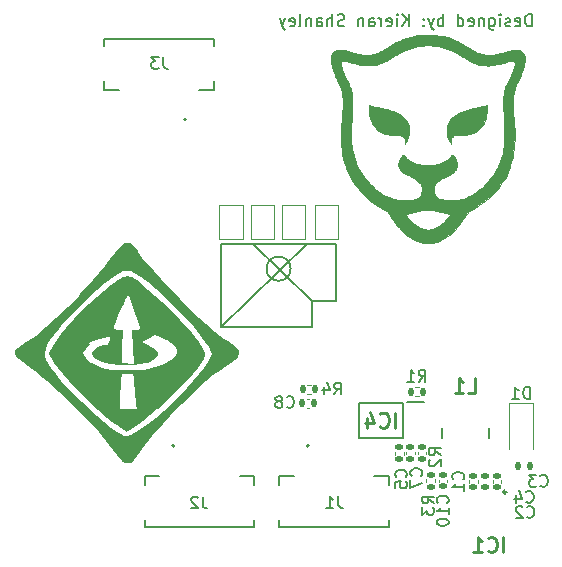
<source format=gbo>
%TF.GenerationSoftware,KiCad,Pcbnew,7.0.2*%
%TF.CreationDate,2023-07-30T22:14:57-04:00*%
%TF.ProjectId,ExternalFaces,45787465-726e-4616-9c46-616365732e6b,rev?*%
%TF.SameCoordinates,Original*%
%TF.FileFunction,Legend,Bot*%
%TF.FilePolarity,Positive*%
%FSLAX46Y46*%
G04 Gerber Fmt 4.6, Leading zero omitted, Abs format (unit mm)*
G04 Created by KiCad (PCBNEW 7.0.2) date 2023-07-30 22:14:57*
%MOMM*%
%LPD*%
G01*
G04 APERTURE LIST*
G04 Aperture macros list*
%AMRoundRect*
0 Rectangle with rounded corners*
0 $1 Rounding radius*
0 $2 $3 $4 $5 $6 $7 $8 $9 X,Y pos of 4 corners*
0 Add a 4 corners polygon primitive as box body*
4,1,4,$2,$3,$4,$5,$6,$7,$8,$9,$2,$3,0*
0 Add four circle primitives for the rounded corners*
1,1,$1+$1,$2,$3*
1,1,$1+$1,$4,$5*
1,1,$1+$1,$6,$7*
1,1,$1+$1,$8,$9*
0 Add four rect primitives between the rounded corners*
20,1,$1+$1,$2,$3,$4,$5,0*
20,1,$1+$1,$4,$5,$6,$7,0*
20,1,$1+$1,$6,$7,$8,$9,0*
20,1,$1+$1,$8,$9,$2,$3,0*%
G04 Aperture macros list end*
%ADD10C,0.150000*%
%ADD11C,0.254000*%
%ADD12C,0.120000*%
%ADD13C,0.200000*%
%ADD14C,0.250000*%
%ADD15C,0.010000*%
%ADD16RoundRect,0.135000X-0.185000X0.135000X-0.185000X-0.135000X0.185000X-0.135000X0.185000X0.135000X0*%
%ADD17R,1.500000X1.000000*%
%ADD18R,0.380000X1.520000*%
%ADD19R,1.400000X2.290000*%
%ADD20RoundRect,0.140000X0.140000X0.170000X-0.140000X0.170000X-0.140000X-0.170000X0.140000X-0.170000X0*%
%ADD21RoundRect,0.140000X0.170000X-0.140000X0.170000X0.140000X-0.170000X0.140000X-0.170000X-0.140000X0*%
%ADD22R,0.700000X0.300000*%
%ADD23R,1.000000X1.700000*%
%ADD24RoundRect,0.140000X-0.170000X0.140000X-0.170000X-0.140000X0.170000X-0.140000X0.170000X0.140000X0*%
%ADD25R,1.475000X0.450000*%
%ADD26RoundRect,0.135000X0.135000X0.185000X-0.135000X0.185000X-0.135000X-0.185000X0.135000X-0.185000X0*%
%ADD27RoundRect,0.140000X-0.140000X-0.170000X0.140000X-0.170000X0.140000X0.170000X-0.140000X0.170000X0*%
%ADD28R,3.700000X1.200000*%
%ADD29R,1.200000X0.900000*%
%ADD30RoundRect,0.135000X-0.135000X-0.185000X0.135000X-0.185000X0.135000X0.185000X-0.135000X0.185000X0*%
G04 APERTURE END LIST*
D10*
X132300000Y-98400000D02*
X127369952Y-93569952D01*
X130519804Y-95700000D02*
G75*
G03*
X130519804Y-95700000I-1019804J0D01*
G01*
X124600000Y-100600000D02*
X131900000Y-93600000D01*
X134400000Y-98400000D02*
X132300000Y-98400000D01*
X132300000Y-100600000D01*
X124600000Y-100600000D01*
X124600000Y-93600000D01*
X131900000Y-93600000D01*
X134400000Y-93600000D01*
X134400000Y-98400000D01*
X150919048Y-75162619D02*
X150919048Y-74162619D01*
X150919048Y-74162619D02*
X150680953Y-74162619D01*
X150680953Y-74162619D02*
X150538096Y-74210238D01*
X150538096Y-74210238D02*
X150442858Y-74305476D01*
X150442858Y-74305476D02*
X150395239Y-74400714D01*
X150395239Y-74400714D02*
X150347620Y-74591190D01*
X150347620Y-74591190D02*
X150347620Y-74734047D01*
X150347620Y-74734047D02*
X150395239Y-74924523D01*
X150395239Y-74924523D02*
X150442858Y-75019761D01*
X150442858Y-75019761D02*
X150538096Y-75115000D01*
X150538096Y-75115000D02*
X150680953Y-75162619D01*
X150680953Y-75162619D02*
X150919048Y-75162619D01*
X149538096Y-75115000D02*
X149633334Y-75162619D01*
X149633334Y-75162619D02*
X149823810Y-75162619D01*
X149823810Y-75162619D02*
X149919048Y-75115000D01*
X149919048Y-75115000D02*
X149966667Y-75019761D01*
X149966667Y-75019761D02*
X149966667Y-74638809D01*
X149966667Y-74638809D02*
X149919048Y-74543571D01*
X149919048Y-74543571D02*
X149823810Y-74495952D01*
X149823810Y-74495952D02*
X149633334Y-74495952D01*
X149633334Y-74495952D02*
X149538096Y-74543571D01*
X149538096Y-74543571D02*
X149490477Y-74638809D01*
X149490477Y-74638809D02*
X149490477Y-74734047D01*
X149490477Y-74734047D02*
X149966667Y-74829285D01*
X149109524Y-75115000D02*
X149014286Y-75162619D01*
X149014286Y-75162619D02*
X148823810Y-75162619D01*
X148823810Y-75162619D02*
X148728572Y-75115000D01*
X148728572Y-75115000D02*
X148680953Y-75019761D01*
X148680953Y-75019761D02*
X148680953Y-74972142D01*
X148680953Y-74972142D02*
X148728572Y-74876904D01*
X148728572Y-74876904D02*
X148823810Y-74829285D01*
X148823810Y-74829285D02*
X148966667Y-74829285D01*
X148966667Y-74829285D02*
X149061905Y-74781666D01*
X149061905Y-74781666D02*
X149109524Y-74686428D01*
X149109524Y-74686428D02*
X149109524Y-74638809D01*
X149109524Y-74638809D02*
X149061905Y-74543571D01*
X149061905Y-74543571D02*
X148966667Y-74495952D01*
X148966667Y-74495952D02*
X148823810Y-74495952D01*
X148823810Y-74495952D02*
X148728572Y-74543571D01*
X148252381Y-75162619D02*
X148252381Y-74495952D01*
X148252381Y-74162619D02*
X148300000Y-74210238D01*
X148300000Y-74210238D02*
X148252381Y-74257857D01*
X148252381Y-74257857D02*
X148204762Y-74210238D01*
X148204762Y-74210238D02*
X148252381Y-74162619D01*
X148252381Y-74162619D02*
X148252381Y-74257857D01*
X147347620Y-74495952D02*
X147347620Y-75305476D01*
X147347620Y-75305476D02*
X147395239Y-75400714D01*
X147395239Y-75400714D02*
X147442858Y-75448333D01*
X147442858Y-75448333D02*
X147538096Y-75495952D01*
X147538096Y-75495952D02*
X147680953Y-75495952D01*
X147680953Y-75495952D02*
X147776191Y-75448333D01*
X147347620Y-75115000D02*
X147442858Y-75162619D01*
X147442858Y-75162619D02*
X147633334Y-75162619D01*
X147633334Y-75162619D02*
X147728572Y-75115000D01*
X147728572Y-75115000D02*
X147776191Y-75067380D01*
X147776191Y-75067380D02*
X147823810Y-74972142D01*
X147823810Y-74972142D02*
X147823810Y-74686428D01*
X147823810Y-74686428D02*
X147776191Y-74591190D01*
X147776191Y-74591190D02*
X147728572Y-74543571D01*
X147728572Y-74543571D02*
X147633334Y-74495952D01*
X147633334Y-74495952D02*
X147442858Y-74495952D01*
X147442858Y-74495952D02*
X147347620Y-74543571D01*
X146871429Y-74495952D02*
X146871429Y-75162619D01*
X146871429Y-74591190D02*
X146823810Y-74543571D01*
X146823810Y-74543571D02*
X146728572Y-74495952D01*
X146728572Y-74495952D02*
X146585715Y-74495952D01*
X146585715Y-74495952D02*
X146490477Y-74543571D01*
X146490477Y-74543571D02*
X146442858Y-74638809D01*
X146442858Y-74638809D02*
X146442858Y-75162619D01*
X145585715Y-75115000D02*
X145680953Y-75162619D01*
X145680953Y-75162619D02*
X145871429Y-75162619D01*
X145871429Y-75162619D02*
X145966667Y-75115000D01*
X145966667Y-75115000D02*
X146014286Y-75019761D01*
X146014286Y-75019761D02*
X146014286Y-74638809D01*
X146014286Y-74638809D02*
X145966667Y-74543571D01*
X145966667Y-74543571D02*
X145871429Y-74495952D01*
X145871429Y-74495952D02*
X145680953Y-74495952D01*
X145680953Y-74495952D02*
X145585715Y-74543571D01*
X145585715Y-74543571D02*
X145538096Y-74638809D01*
X145538096Y-74638809D02*
X145538096Y-74734047D01*
X145538096Y-74734047D02*
X146014286Y-74829285D01*
X144680953Y-75162619D02*
X144680953Y-74162619D01*
X144680953Y-75115000D02*
X144776191Y-75162619D01*
X144776191Y-75162619D02*
X144966667Y-75162619D01*
X144966667Y-75162619D02*
X145061905Y-75115000D01*
X145061905Y-75115000D02*
X145109524Y-75067380D01*
X145109524Y-75067380D02*
X145157143Y-74972142D01*
X145157143Y-74972142D02*
X145157143Y-74686428D01*
X145157143Y-74686428D02*
X145109524Y-74591190D01*
X145109524Y-74591190D02*
X145061905Y-74543571D01*
X145061905Y-74543571D02*
X144966667Y-74495952D01*
X144966667Y-74495952D02*
X144776191Y-74495952D01*
X144776191Y-74495952D02*
X144680953Y-74543571D01*
X143442857Y-75162619D02*
X143442857Y-74162619D01*
X143442857Y-74543571D02*
X143347619Y-74495952D01*
X143347619Y-74495952D02*
X143157143Y-74495952D01*
X143157143Y-74495952D02*
X143061905Y-74543571D01*
X143061905Y-74543571D02*
X143014286Y-74591190D01*
X143014286Y-74591190D02*
X142966667Y-74686428D01*
X142966667Y-74686428D02*
X142966667Y-74972142D01*
X142966667Y-74972142D02*
X143014286Y-75067380D01*
X143014286Y-75067380D02*
X143061905Y-75115000D01*
X143061905Y-75115000D02*
X143157143Y-75162619D01*
X143157143Y-75162619D02*
X143347619Y-75162619D01*
X143347619Y-75162619D02*
X143442857Y-75115000D01*
X142633333Y-74495952D02*
X142395238Y-75162619D01*
X142157143Y-74495952D02*
X142395238Y-75162619D01*
X142395238Y-75162619D02*
X142490476Y-75400714D01*
X142490476Y-75400714D02*
X142538095Y-75448333D01*
X142538095Y-75448333D02*
X142633333Y-75495952D01*
X141776190Y-75067380D02*
X141728571Y-75115000D01*
X141728571Y-75115000D02*
X141776190Y-75162619D01*
X141776190Y-75162619D02*
X141823809Y-75115000D01*
X141823809Y-75115000D02*
X141776190Y-75067380D01*
X141776190Y-75067380D02*
X141776190Y-75162619D01*
X141776190Y-74543571D02*
X141728571Y-74591190D01*
X141728571Y-74591190D02*
X141776190Y-74638809D01*
X141776190Y-74638809D02*
X141823809Y-74591190D01*
X141823809Y-74591190D02*
X141776190Y-74543571D01*
X141776190Y-74543571D02*
X141776190Y-74638809D01*
X140538095Y-75162619D02*
X140538095Y-74162619D01*
X139966667Y-75162619D02*
X140395238Y-74591190D01*
X139966667Y-74162619D02*
X140538095Y-74734047D01*
X139538095Y-75162619D02*
X139538095Y-74495952D01*
X139538095Y-74162619D02*
X139585714Y-74210238D01*
X139585714Y-74210238D02*
X139538095Y-74257857D01*
X139538095Y-74257857D02*
X139490476Y-74210238D01*
X139490476Y-74210238D02*
X139538095Y-74162619D01*
X139538095Y-74162619D02*
X139538095Y-74257857D01*
X138680953Y-75115000D02*
X138776191Y-75162619D01*
X138776191Y-75162619D02*
X138966667Y-75162619D01*
X138966667Y-75162619D02*
X139061905Y-75115000D01*
X139061905Y-75115000D02*
X139109524Y-75019761D01*
X139109524Y-75019761D02*
X139109524Y-74638809D01*
X139109524Y-74638809D02*
X139061905Y-74543571D01*
X139061905Y-74543571D02*
X138966667Y-74495952D01*
X138966667Y-74495952D02*
X138776191Y-74495952D01*
X138776191Y-74495952D02*
X138680953Y-74543571D01*
X138680953Y-74543571D02*
X138633334Y-74638809D01*
X138633334Y-74638809D02*
X138633334Y-74734047D01*
X138633334Y-74734047D02*
X139109524Y-74829285D01*
X138204762Y-75162619D02*
X138204762Y-74495952D01*
X138204762Y-74686428D02*
X138157143Y-74591190D01*
X138157143Y-74591190D02*
X138109524Y-74543571D01*
X138109524Y-74543571D02*
X138014286Y-74495952D01*
X138014286Y-74495952D02*
X137919048Y-74495952D01*
X137157143Y-75162619D02*
X137157143Y-74638809D01*
X137157143Y-74638809D02*
X137204762Y-74543571D01*
X137204762Y-74543571D02*
X137300000Y-74495952D01*
X137300000Y-74495952D02*
X137490476Y-74495952D01*
X137490476Y-74495952D02*
X137585714Y-74543571D01*
X137157143Y-75115000D02*
X137252381Y-75162619D01*
X137252381Y-75162619D02*
X137490476Y-75162619D01*
X137490476Y-75162619D02*
X137585714Y-75115000D01*
X137585714Y-75115000D02*
X137633333Y-75019761D01*
X137633333Y-75019761D02*
X137633333Y-74924523D01*
X137633333Y-74924523D02*
X137585714Y-74829285D01*
X137585714Y-74829285D02*
X137490476Y-74781666D01*
X137490476Y-74781666D02*
X137252381Y-74781666D01*
X137252381Y-74781666D02*
X137157143Y-74734047D01*
X136680952Y-74495952D02*
X136680952Y-75162619D01*
X136680952Y-74591190D02*
X136633333Y-74543571D01*
X136633333Y-74543571D02*
X136538095Y-74495952D01*
X136538095Y-74495952D02*
X136395238Y-74495952D01*
X136395238Y-74495952D02*
X136300000Y-74543571D01*
X136300000Y-74543571D02*
X136252381Y-74638809D01*
X136252381Y-74638809D02*
X136252381Y-75162619D01*
X135061904Y-75115000D02*
X134919047Y-75162619D01*
X134919047Y-75162619D02*
X134680952Y-75162619D01*
X134680952Y-75162619D02*
X134585714Y-75115000D01*
X134585714Y-75115000D02*
X134538095Y-75067380D01*
X134538095Y-75067380D02*
X134490476Y-74972142D01*
X134490476Y-74972142D02*
X134490476Y-74876904D01*
X134490476Y-74876904D02*
X134538095Y-74781666D01*
X134538095Y-74781666D02*
X134585714Y-74734047D01*
X134585714Y-74734047D02*
X134680952Y-74686428D01*
X134680952Y-74686428D02*
X134871428Y-74638809D01*
X134871428Y-74638809D02*
X134966666Y-74591190D01*
X134966666Y-74591190D02*
X135014285Y-74543571D01*
X135014285Y-74543571D02*
X135061904Y-74448333D01*
X135061904Y-74448333D02*
X135061904Y-74353095D01*
X135061904Y-74353095D02*
X135014285Y-74257857D01*
X135014285Y-74257857D02*
X134966666Y-74210238D01*
X134966666Y-74210238D02*
X134871428Y-74162619D01*
X134871428Y-74162619D02*
X134633333Y-74162619D01*
X134633333Y-74162619D02*
X134490476Y-74210238D01*
X134061904Y-75162619D02*
X134061904Y-74162619D01*
X133633333Y-75162619D02*
X133633333Y-74638809D01*
X133633333Y-74638809D02*
X133680952Y-74543571D01*
X133680952Y-74543571D02*
X133776190Y-74495952D01*
X133776190Y-74495952D02*
X133919047Y-74495952D01*
X133919047Y-74495952D02*
X134014285Y-74543571D01*
X134014285Y-74543571D02*
X134061904Y-74591190D01*
X132728571Y-75162619D02*
X132728571Y-74638809D01*
X132728571Y-74638809D02*
X132776190Y-74543571D01*
X132776190Y-74543571D02*
X132871428Y-74495952D01*
X132871428Y-74495952D02*
X133061904Y-74495952D01*
X133061904Y-74495952D02*
X133157142Y-74543571D01*
X132728571Y-75115000D02*
X132823809Y-75162619D01*
X132823809Y-75162619D02*
X133061904Y-75162619D01*
X133061904Y-75162619D02*
X133157142Y-75115000D01*
X133157142Y-75115000D02*
X133204761Y-75019761D01*
X133204761Y-75019761D02*
X133204761Y-74924523D01*
X133204761Y-74924523D02*
X133157142Y-74829285D01*
X133157142Y-74829285D02*
X133061904Y-74781666D01*
X133061904Y-74781666D02*
X132823809Y-74781666D01*
X132823809Y-74781666D02*
X132728571Y-74734047D01*
X132252380Y-74495952D02*
X132252380Y-75162619D01*
X132252380Y-74591190D02*
X132204761Y-74543571D01*
X132204761Y-74543571D02*
X132109523Y-74495952D01*
X132109523Y-74495952D02*
X131966666Y-74495952D01*
X131966666Y-74495952D02*
X131871428Y-74543571D01*
X131871428Y-74543571D02*
X131823809Y-74638809D01*
X131823809Y-74638809D02*
X131823809Y-75162619D01*
X131204761Y-75162619D02*
X131299999Y-75115000D01*
X131299999Y-75115000D02*
X131347618Y-75019761D01*
X131347618Y-75019761D02*
X131347618Y-74162619D01*
X130442856Y-75115000D02*
X130538094Y-75162619D01*
X130538094Y-75162619D02*
X130728570Y-75162619D01*
X130728570Y-75162619D02*
X130823808Y-75115000D01*
X130823808Y-75115000D02*
X130871427Y-75019761D01*
X130871427Y-75019761D02*
X130871427Y-74638809D01*
X130871427Y-74638809D02*
X130823808Y-74543571D01*
X130823808Y-74543571D02*
X130728570Y-74495952D01*
X130728570Y-74495952D02*
X130538094Y-74495952D01*
X130538094Y-74495952D02*
X130442856Y-74543571D01*
X130442856Y-74543571D02*
X130395237Y-74638809D01*
X130395237Y-74638809D02*
X130395237Y-74734047D01*
X130395237Y-74734047D02*
X130871427Y-74829285D01*
X130061903Y-74495952D02*
X129823808Y-75162619D01*
X129585713Y-74495952D02*
X129823808Y-75162619D01*
X129823808Y-75162619D02*
X129919046Y-75400714D01*
X129919046Y-75400714D02*
X129966665Y-75448333D01*
X129966665Y-75448333D02*
X130061903Y-75495952D01*
X143212619Y-111483333D02*
X142736428Y-111150000D01*
X143212619Y-110911905D02*
X142212619Y-110911905D01*
X142212619Y-110911905D02*
X142212619Y-111292857D01*
X142212619Y-111292857D02*
X142260238Y-111388095D01*
X142260238Y-111388095D02*
X142307857Y-111435714D01*
X142307857Y-111435714D02*
X142403095Y-111483333D01*
X142403095Y-111483333D02*
X142545952Y-111483333D01*
X142545952Y-111483333D02*
X142641190Y-111435714D01*
X142641190Y-111435714D02*
X142688809Y-111388095D01*
X142688809Y-111388095D02*
X142736428Y-111292857D01*
X142736428Y-111292857D02*
X142736428Y-110911905D01*
X142307857Y-111864286D02*
X142260238Y-111911905D01*
X142260238Y-111911905D02*
X142212619Y-112007143D01*
X142212619Y-112007143D02*
X142212619Y-112245238D01*
X142212619Y-112245238D02*
X142260238Y-112340476D01*
X142260238Y-112340476D02*
X142307857Y-112388095D01*
X142307857Y-112388095D02*
X142403095Y-112435714D01*
X142403095Y-112435714D02*
X142498333Y-112435714D01*
X142498333Y-112435714D02*
X142641190Y-112388095D01*
X142641190Y-112388095D02*
X143212619Y-111816667D01*
X143212619Y-111816667D02*
X143212619Y-112435714D01*
X123090833Y-114997619D02*
X123090833Y-115711904D01*
X123090833Y-115711904D02*
X123138452Y-115854761D01*
X123138452Y-115854761D02*
X123233690Y-115950000D01*
X123233690Y-115950000D02*
X123376547Y-115997619D01*
X123376547Y-115997619D02*
X123471785Y-115997619D01*
X122662261Y-115092857D02*
X122614642Y-115045238D01*
X122614642Y-115045238D02*
X122519404Y-114997619D01*
X122519404Y-114997619D02*
X122281309Y-114997619D01*
X122281309Y-114997619D02*
X122186071Y-115045238D01*
X122186071Y-115045238D02*
X122138452Y-115092857D01*
X122138452Y-115092857D02*
X122090833Y-115188095D01*
X122090833Y-115188095D02*
X122090833Y-115283333D01*
X122090833Y-115283333D02*
X122138452Y-115426190D01*
X122138452Y-115426190D02*
X122709880Y-115997619D01*
X122709880Y-115997619D02*
X122090833Y-115997619D01*
X130191666Y-107405380D02*
X130239285Y-107453000D01*
X130239285Y-107453000D02*
X130382142Y-107500619D01*
X130382142Y-107500619D02*
X130477380Y-107500619D01*
X130477380Y-107500619D02*
X130620237Y-107453000D01*
X130620237Y-107453000D02*
X130715475Y-107357761D01*
X130715475Y-107357761D02*
X130763094Y-107262523D01*
X130763094Y-107262523D02*
X130810713Y-107072047D01*
X130810713Y-107072047D02*
X130810713Y-106929190D01*
X130810713Y-106929190D02*
X130763094Y-106738714D01*
X130763094Y-106738714D02*
X130715475Y-106643476D01*
X130715475Y-106643476D02*
X130620237Y-106548238D01*
X130620237Y-106548238D02*
X130477380Y-106500619D01*
X130477380Y-106500619D02*
X130382142Y-106500619D01*
X130382142Y-106500619D02*
X130239285Y-106548238D01*
X130239285Y-106548238D02*
X130191666Y-106595857D01*
X129620237Y-106929190D02*
X129715475Y-106881571D01*
X129715475Y-106881571D02*
X129763094Y-106833952D01*
X129763094Y-106833952D02*
X129810713Y-106738714D01*
X129810713Y-106738714D02*
X129810713Y-106691095D01*
X129810713Y-106691095D02*
X129763094Y-106595857D01*
X129763094Y-106595857D02*
X129715475Y-106548238D01*
X129715475Y-106548238D02*
X129620237Y-106500619D01*
X129620237Y-106500619D02*
X129429761Y-106500619D01*
X129429761Y-106500619D02*
X129334523Y-106548238D01*
X129334523Y-106548238D02*
X129286904Y-106595857D01*
X129286904Y-106595857D02*
X129239285Y-106691095D01*
X129239285Y-106691095D02*
X129239285Y-106738714D01*
X129239285Y-106738714D02*
X129286904Y-106833952D01*
X129286904Y-106833952D02*
X129334523Y-106881571D01*
X129334523Y-106881571D02*
X129429761Y-106929190D01*
X129429761Y-106929190D02*
X129620237Y-106929190D01*
X129620237Y-106929190D02*
X129715475Y-106976809D01*
X129715475Y-106976809D02*
X129763094Y-107024428D01*
X129763094Y-107024428D02*
X129810713Y-107119666D01*
X129810713Y-107119666D02*
X129810713Y-107310142D01*
X129810713Y-107310142D02*
X129763094Y-107405380D01*
X129763094Y-107405380D02*
X129715475Y-107453000D01*
X129715475Y-107453000D02*
X129620237Y-107500619D01*
X129620237Y-107500619D02*
X129429761Y-107500619D01*
X129429761Y-107500619D02*
X129334523Y-107453000D01*
X129334523Y-107453000D02*
X129286904Y-107405380D01*
X129286904Y-107405380D02*
X129239285Y-107310142D01*
X129239285Y-107310142D02*
X129239285Y-107119666D01*
X129239285Y-107119666D02*
X129286904Y-107024428D01*
X129286904Y-107024428D02*
X129334523Y-106976809D01*
X129334523Y-106976809D02*
X129429761Y-106929190D01*
X150516666Y-116717380D02*
X150564285Y-116765000D01*
X150564285Y-116765000D02*
X150707142Y-116812619D01*
X150707142Y-116812619D02*
X150802380Y-116812619D01*
X150802380Y-116812619D02*
X150945237Y-116765000D01*
X150945237Y-116765000D02*
X151040475Y-116669761D01*
X151040475Y-116669761D02*
X151088094Y-116574523D01*
X151088094Y-116574523D02*
X151135713Y-116384047D01*
X151135713Y-116384047D02*
X151135713Y-116241190D01*
X151135713Y-116241190D02*
X151088094Y-116050714D01*
X151088094Y-116050714D02*
X151040475Y-115955476D01*
X151040475Y-115955476D02*
X150945237Y-115860238D01*
X150945237Y-115860238D02*
X150802380Y-115812619D01*
X150802380Y-115812619D02*
X150707142Y-115812619D01*
X150707142Y-115812619D02*
X150564285Y-115860238D01*
X150564285Y-115860238D02*
X150516666Y-115907857D01*
X150135713Y-115907857D02*
X150088094Y-115860238D01*
X150088094Y-115860238D02*
X149992856Y-115812619D01*
X149992856Y-115812619D02*
X149754761Y-115812619D01*
X149754761Y-115812619D02*
X149659523Y-115860238D01*
X149659523Y-115860238D02*
X149611904Y-115907857D01*
X149611904Y-115907857D02*
X149564285Y-116003095D01*
X149564285Y-116003095D02*
X149564285Y-116098333D01*
X149564285Y-116098333D02*
X149611904Y-116241190D01*
X149611904Y-116241190D02*
X150183332Y-116812619D01*
X150183332Y-116812619D02*
X149564285Y-116812619D01*
D11*
X148539762Y-119687526D02*
X148539762Y-118417526D01*
X147209285Y-119566573D02*
X147269761Y-119627050D01*
X147269761Y-119627050D02*
X147451190Y-119687526D01*
X147451190Y-119687526D02*
X147572142Y-119687526D01*
X147572142Y-119687526D02*
X147753571Y-119627050D01*
X147753571Y-119627050D02*
X147874523Y-119506097D01*
X147874523Y-119506097D02*
X147935000Y-119385145D01*
X147935000Y-119385145D02*
X147995476Y-119143240D01*
X147995476Y-119143240D02*
X147995476Y-118961811D01*
X147995476Y-118961811D02*
X147935000Y-118719907D01*
X147935000Y-118719907D02*
X147874523Y-118598954D01*
X147874523Y-118598954D02*
X147753571Y-118478002D01*
X147753571Y-118478002D02*
X147572142Y-118417526D01*
X147572142Y-118417526D02*
X147451190Y-118417526D01*
X147451190Y-118417526D02*
X147269761Y-118478002D01*
X147269761Y-118478002D02*
X147209285Y-118538478D01*
X145999761Y-119687526D02*
X146725476Y-119687526D01*
X146362619Y-119687526D02*
X146362619Y-118417526D01*
X146362619Y-118417526D02*
X146483571Y-118598954D01*
X146483571Y-118598954D02*
X146604523Y-118719907D01*
X146604523Y-118719907D02*
X146725476Y-118780383D01*
D10*
X140267380Y-113333333D02*
X140315000Y-113285714D01*
X140315000Y-113285714D02*
X140362619Y-113142857D01*
X140362619Y-113142857D02*
X140362619Y-113047619D01*
X140362619Y-113047619D02*
X140315000Y-112904762D01*
X140315000Y-112904762D02*
X140219761Y-112809524D01*
X140219761Y-112809524D02*
X140124523Y-112761905D01*
X140124523Y-112761905D02*
X139934047Y-112714286D01*
X139934047Y-112714286D02*
X139791190Y-112714286D01*
X139791190Y-112714286D02*
X139600714Y-112761905D01*
X139600714Y-112761905D02*
X139505476Y-112809524D01*
X139505476Y-112809524D02*
X139410238Y-112904762D01*
X139410238Y-112904762D02*
X139362619Y-113047619D01*
X139362619Y-113047619D02*
X139362619Y-113142857D01*
X139362619Y-113142857D02*
X139410238Y-113285714D01*
X139410238Y-113285714D02*
X139457857Y-113333333D01*
X139362619Y-114238095D02*
X139362619Y-113761905D01*
X139362619Y-113761905D02*
X139838809Y-113714286D01*
X139838809Y-113714286D02*
X139791190Y-113761905D01*
X139791190Y-113761905D02*
X139743571Y-113857143D01*
X139743571Y-113857143D02*
X139743571Y-114095238D01*
X139743571Y-114095238D02*
X139791190Y-114190476D01*
X139791190Y-114190476D02*
X139838809Y-114238095D01*
X139838809Y-114238095D02*
X139934047Y-114285714D01*
X139934047Y-114285714D02*
X140172142Y-114285714D01*
X140172142Y-114285714D02*
X140267380Y-114238095D01*
X140267380Y-114238095D02*
X140315000Y-114190476D01*
X140315000Y-114190476D02*
X140362619Y-114095238D01*
X140362619Y-114095238D02*
X140362619Y-113857143D01*
X140362619Y-113857143D02*
X140315000Y-113761905D01*
X140315000Y-113761905D02*
X140267380Y-113714286D01*
D11*
X139389762Y-109157526D02*
X139389762Y-107887526D01*
X138059285Y-109036573D02*
X138119761Y-109097050D01*
X138119761Y-109097050D02*
X138301190Y-109157526D01*
X138301190Y-109157526D02*
X138422142Y-109157526D01*
X138422142Y-109157526D02*
X138603571Y-109097050D01*
X138603571Y-109097050D02*
X138724523Y-108976097D01*
X138724523Y-108976097D02*
X138785000Y-108855145D01*
X138785000Y-108855145D02*
X138845476Y-108613240D01*
X138845476Y-108613240D02*
X138845476Y-108431811D01*
X138845476Y-108431811D02*
X138785000Y-108189907D01*
X138785000Y-108189907D02*
X138724523Y-108068954D01*
X138724523Y-108068954D02*
X138603571Y-107948002D01*
X138603571Y-107948002D02*
X138422142Y-107887526D01*
X138422142Y-107887526D02*
X138301190Y-107887526D01*
X138301190Y-107887526D02*
X138119761Y-107948002D01*
X138119761Y-107948002D02*
X138059285Y-108008478D01*
X136970714Y-108310859D02*
X136970714Y-109157526D01*
X137273095Y-107827050D02*
X137575476Y-108734192D01*
X137575476Y-108734192D02*
X136789285Y-108734192D01*
D10*
X134211666Y-106344619D02*
X134544999Y-105868428D01*
X134783094Y-106344619D02*
X134783094Y-105344619D01*
X134783094Y-105344619D02*
X134402142Y-105344619D01*
X134402142Y-105344619D02*
X134306904Y-105392238D01*
X134306904Y-105392238D02*
X134259285Y-105439857D01*
X134259285Y-105439857D02*
X134211666Y-105535095D01*
X134211666Y-105535095D02*
X134211666Y-105677952D01*
X134211666Y-105677952D02*
X134259285Y-105773190D01*
X134259285Y-105773190D02*
X134306904Y-105820809D01*
X134306904Y-105820809D02*
X134402142Y-105868428D01*
X134402142Y-105868428D02*
X134783094Y-105868428D01*
X133354523Y-105677952D02*
X133354523Y-106344619D01*
X133592618Y-105297000D02*
X133830713Y-106011285D01*
X133830713Y-106011285D02*
X133211666Y-106011285D01*
X134533333Y-114962619D02*
X134533333Y-115676904D01*
X134533333Y-115676904D02*
X134580952Y-115819761D01*
X134580952Y-115819761D02*
X134676190Y-115915000D01*
X134676190Y-115915000D02*
X134819047Y-115962619D01*
X134819047Y-115962619D02*
X134914285Y-115962619D01*
X133533333Y-115962619D02*
X134104761Y-115962619D01*
X133819047Y-115962619D02*
X133819047Y-114962619D01*
X133819047Y-114962619D02*
X133914285Y-115105476D01*
X133914285Y-115105476D02*
X134009523Y-115200714D01*
X134009523Y-115200714D02*
X134104761Y-115248333D01*
X142654619Y-115573333D02*
X142178428Y-115240000D01*
X142654619Y-115001905D02*
X141654619Y-115001905D01*
X141654619Y-115001905D02*
X141654619Y-115382857D01*
X141654619Y-115382857D02*
X141702238Y-115478095D01*
X141702238Y-115478095D02*
X141749857Y-115525714D01*
X141749857Y-115525714D02*
X141845095Y-115573333D01*
X141845095Y-115573333D02*
X141987952Y-115573333D01*
X141987952Y-115573333D02*
X142083190Y-115525714D01*
X142083190Y-115525714D02*
X142130809Y-115478095D01*
X142130809Y-115478095D02*
X142178428Y-115382857D01*
X142178428Y-115382857D02*
X142178428Y-115001905D01*
X141654619Y-115906667D02*
X141654619Y-116525714D01*
X141654619Y-116525714D02*
X142035571Y-116192381D01*
X142035571Y-116192381D02*
X142035571Y-116335238D01*
X142035571Y-116335238D02*
X142083190Y-116430476D01*
X142083190Y-116430476D02*
X142130809Y-116478095D01*
X142130809Y-116478095D02*
X142226047Y-116525714D01*
X142226047Y-116525714D02*
X142464142Y-116525714D01*
X142464142Y-116525714D02*
X142559380Y-116478095D01*
X142559380Y-116478095D02*
X142607000Y-116430476D01*
X142607000Y-116430476D02*
X142654619Y-116335238D01*
X142654619Y-116335238D02*
X142654619Y-116049524D01*
X142654619Y-116049524D02*
X142607000Y-115954286D01*
X142607000Y-115954286D02*
X142559380Y-115906667D01*
X151666666Y-114067380D02*
X151714285Y-114115000D01*
X151714285Y-114115000D02*
X151857142Y-114162619D01*
X151857142Y-114162619D02*
X151952380Y-114162619D01*
X151952380Y-114162619D02*
X152095237Y-114115000D01*
X152095237Y-114115000D02*
X152190475Y-114019761D01*
X152190475Y-114019761D02*
X152238094Y-113924523D01*
X152238094Y-113924523D02*
X152285713Y-113734047D01*
X152285713Y-113734047D02*
X152285713Y-113591190D01*
X152285713Y-113591190D02*
X152238094Y-113400714D01*
X152238094Y-113400714D02*
X152190475Y-113305476D01*
X152190475Y-113305476D02*
X152095237Y-113210238D01*
X152095237Y-113210238D02*
X151952380Y-113162619D01*
X151952380Y-113162619D02*
X151857142Y-113162619D01*
X151857142Y-113162619D02*
X151714285Y-113210238D01*
X151714285Y-113210238D02*
X151666666Y-113257857D01*
X151333332Y-113162619D02*
X150714285Y-113162619D01*
X150714285Y-113162619D02*
X151047618Y-113543571D01*
X151047618Y-113543571D02*
X150904761Y-113543571D01*
X150904761Y-113543571D02*
X150809523Y-113591190D01*
X150809523Y-113591190D02*
X150761904Y-113638809D01*
X150761904Y-113638809D02*
X150714285Y-113734047D01*
X150714285Y-113734047D02*
X150714285Y-113972142D01*
X150714285Y-113972142D02*
X150761904Y-114067380D01*
X150761904Y-114067380D02*
X150809523Y-114115000D01*
X150809523Y-114115000D02*
X150904761Y-114162619D01*
X150904761Y-114162619D02*
X151190475Y-114162619D01*
X151190475Y-114162619D02*
X151285713Y-114115000D01*
X151285713Y-114115000D02*
X151333332Y-114067380D01*
X145117380Y-113533333D02*
X145165000Y-113485714D01*
X145165000Y-113485714D02*
X145212619Y-113342857D01*
X145212619Y-113342857D02*
X145212619Y-113247619D01*
X145212619Y-113247619D02*
X145165000Y-113104762D01*
X145165000Y-113104762D02*
X145069761Y-113009524D01*
X145069761Y-113009524D02*
X144974523Y-112961905D01*
X144974523Y-112961905D02*
X144784047Y-112914286D01*
X144784047Y-112914286D02*
X144641190Y-112914286D01*
X144641190Y-112914286D02*
X144450714Y-112961905D01*
X144450714Y-112961905D02*
X144355476Y-113009524D01*
X144355476Y-113009524D02*
X144260238Y-113104762D01*
X144260238Y-113104762D02*
X144212619Y-113247619D01*
X144212619Y-113247619D02*
X144212619Y-113342857D01*
X144212619Y-113342857D02*
X144260238Y-113485714D01*
X144260238Y-113485714D02*
X144307857Y-113533333D01*
X145212619Y-114485714D02*
X145212619Y-113914286D01*
X145212619Y-114200000D02*
X144212619Y-114200000D01*
X144212619Y-114200000D02*
X144355476Y-114104762D01*
X144355476Y-114104762D02*
X144450714Y-114009524D01*
X144450714Y-114009524D02*
X144498333Y-113914286D01*
X143797380Y-115542142D02*
X143845000Y-115494523D01*
X143845000Y-115494523D02*
X143892619Y-115351666D01*
X143892619Y-115351666D02*
X143892619Y-115256428D01*
X143892619Y-115256428D02*
X143845000Y-115113571D01*
X143845000Y-115113571D02*
X143749761Y-115018333D01*
X143749761Y-115018333D02*
X143654523Y-114970714D01*
X143654523Y-114970714D02*
X143464047Y-114923095D01*
X143464047Y-114923095D02*
X143321190Y-114923095D01*
X143321190Y-114923095D02*
X143130714Y-114970714D01*
X143130714Y-114970714D02*
X143035476Y-115018333D01*
X143035476Y-115018333D02*
X142940238Y-115113571D01*
X142940238Y-115113571D02*
X142892619Y-115256428D01*
X142892619Y-115256428D02*
X142892619Y-115351666D01*
X142892619Y-115351666D02*
X142940238Y-115494523D01*
X142940238Y-115494523D02*
X142987857Y-115542142D01*
X143892619Y-116494523D02*
X143892619Y-115923095D01*
X143892619Y-116208809D02*
X142892619Y-116208809D01*
X142892619Y-116208809D02*
X143035476Y-116113571D01*
X143035476Y-116113571D02*
X143130714Y-116018333D01*
X143130714Y-116018333D02*
X143178333Y-115923095D01*
X142892619Y-117113571D02*
X142892619Y-117208809D01*
X142892619Y-117208809D02*
X142940238Y-117304047D01*
X142940238Y-117304047D02*
X142987857Y-117351666D01*
X142987857Y-117351666D02*
X143083095Y-117399285D01*
X143083095Y-117399285D02*
X143273571Y-117446904D01*
X143273571Y-117446904D02*
X143511666Y-117446904D01*
X143511666Y-117446904D02*
X143702142Y-117399285D01*
X143702142Y-117399285D02*
X143797380Y-117351666D01*
X143797380Y-117351666D02*
X143845000Y-117304047D01*
X143845000Y-117304047D02*
X143892619Y-117208809D01*
X143892619Y-117208809D02*
X143892619Y-117113571D01*
X143892619Y-117113571D02*
X143845000Y-117018333D01*
X143845000Y-117018333D02*
X143797380Y-116970714D01*
X143797380Y-116970714D02*
X143702142Y-116923095D01*
X143702142Y-116923095D02*
X143511666Y-116875476D01*
X143511666Y-116875476D02*
X143273571Y-116875476D01*
X143273571Y-116875476D02*
X143083095Y-116923095D01*
X143083095Y-116923095D02*
X142987857Y-116970714D01*
X142987857Y-116970714D02*
X142940238Y-117018333D01*
X142940238Y-117018333D02*
X142892619Y-117113571D01*
D11*
X145511666Y-106237526D02*
X146116428Y-106237526D01*
X146116428Y-106237526D02*
X146116428Y-104967526D01*
X144423094Y-106237526D02*
X145148809Y-106237526D01*
X144785952Y-106237526D02*
X144785952Y-104967526D01*
X144785952Y-104967526D02*
X144906904Y-105148954D01*
X144906904Y-105148954D02*
X145027856Y-105269907D01*
X145027856Y-105269907D02*
X145148809Y-105330383D01*
D10*
X141567380Y-113233333D02*
X141615000Y-113185714D01*
X141615000Y-113185714D02*
X141662619Y-113042857D01*
X141662619Y-113042857D02*
X141662619Y-112947619D01*
X141662619Y-112947619D02*
X141615000Y-112804762D01*
X141615000Y-112804762D02*
X141519761Y-112709524D01*
X141519761Y-112709524D02*
X141424523Y-112661905D01*
X141424523Y-112661905D02*
X141234047Y-112614286D01*
X141234047Y-112614286D02*
X141091190Y-112614286D01*
X141091190Y-112614286D02*
X140900714Y-112661905D01*
X140900714Y-112661905D02*
X140805476Y-112709524D01*
X140805476Y-112709524D02*
X140710238Y-112804762D01*
X140710238Y-112804762D02*
X140662619Y-112947619D01*
X140662619Y-112947619D02*
X140662619Y-113042857D01*
X140662619Y-113042857D02*
X140710238Y-113185714D01*
X140710238Y-113185714D02*
X140757857Y-113233333D01*
X140662619Y-113566667D02*
X140662619Y-114233333D01*
X140662619Y-114233333D02*
X141662619Y-113804762D01*
X150466666Y-115417380D02*
X150514285Y-115465000D01*
X150514285Y-115465000D02*
X150657142Y-115512619D01*
X150657142Y-115512619D02*
X150752380Y-115512619D01*
X150752380Y-115512619D02*
X150895237Y-115465000D01*
X150895237Y-115465000D02*
X150990475Y-115369761D01*
X150990475Y-115369761D02*
X151038094Y-115274523D01*
X151038094Y-115274523D02*
X151085713Y-115084047D01*
X151085713Y-115084047D02*
X151085713Y-114941190D01*
X151085713Y-114941190D02*
X151038094Y-114750714D01*
X151038094Y-114750714D02*
X150990475Y-114655476D01*
X150990475Y-114655476D02*
X150895237Y-114560238D01*
X150895237Y-114560238D02*
X150752380Y-114512619D01*
X150752380Y-114512619D02*
X150657142Y-114512619D01*
X150657142Y-114512619D02*
X150514285Y-114560238D01*
X150514285Y-114560238D02*
X150466666Y-114607857D01*
X149609523Y-114845952D02*
X149609523Y-115512619D01*
X149847618Y-114465000D02*
X150085713Y-115179285D01*
X150085713Y-115179285D02*
X149466666Y-115179285D01*
X150788094Y-106712619D02*
X150788094Y-105712619D01*
X150788094Y-105712619D02*
X150549999Y-105712619D01*
X150549999Y-105712619D02*
X150407142Y-105760238D01*
X150407142Y-105760238D02*
X150311904Y-105855476D01*
X150311904Y-105855476D02*
X150264285Y-105950714D01*
X150264285Y-105950714D02*
X150216666Y-106141190D01*
X150216666Y-106141190D02*
X150216666Y-106284047D01*
X150216666Y-106284047D02*
X150264285Y-106474523D01*
X150264285Y-106474523D02*
X150311904Y-106569761D01*
X150311904Y-106569761D02*
X150407142Y-106665000D01*
X150407142Y-106665000D02*
X150549999Y-106712619D01*
X150549999Y-106712619D02*
X150788094Y-106712619D01*
X149264285Y-106712619D02*
X149835713Y-106712619D01*
X149549999Y-106712619D02*
X149549999Y-105712619D01*
X149549999Y-105712619D02*
X149645237Y-105855476D01*
X149645237Y-105855476D02*
X149740475Y-105950714D01*
X149740475Y-105950714D02*
X149835713Y-105998333D01*
X141366666Y-105262619D02*
X141699999Y-104786428D01*
X141938094Y-105262619D02*
X141938094Y-104262619D01*
X141938094Y-104262619D02*
X141557142Y-104262619D01*
X141557142Y-104262619D02*
X141461904Y-104310238D01*
X141461904Y-104310238D02*
X141414285Y-104357857D01*
X141414285Y-104357857D02*
X141366666Y-104453095D01*
X141366666Y-104453095D02*
X141366666Y-104595952D01*
X141366666Y-104595952D02*
X141414285Y-104691190D01*
X141414285Y-104691190D02*
X141461904Y-104738809D01*
X141461904Y-104738809D02*
X141557142Y-104786428D01*
X141557142Y-104786428D02*
X141938094Y-104786428D01*
X140414285Y-105262619D02*
X140985713Y-105262619D01*
X140699999Y-105262619D02*
X140699999Y-104262619D01*
X140699999Y-104262619D02*
X140795237Y-104405476D01*
X140795237Y-104405476D02*
X140890475Y-104500714D01*
X140890475Y-104500714D02*
X140985713Y-104548333D01*
X119733333Y-77762619D02*
X119733333Y-78476904D01*
X119733333Y-78476904D02*
X119780952Y-78619761D01*
X119780952Y-78619761D02*
X119876190Y-78715000D01*
X119876190Y-78715000D02*
X120019047Y-78762619D01*
X120019047Y-78762619D02*
X120114285Y-78762619D01*
X119352380Y-77762619D02*
X118733333Y-77762619D01*
X118733333Y-77762619D02*
X119066666Y-78143571D01*
X119066666Y-78143571D02*
X118923809Y-78143571D01*
X118923809Y-78143571D02*
X118828571Y-78191190D01*
X118828571Y-78191190D02*
X118780952Y-78238809D01*
X118780952Y-78238809D02*
X118733333Y-78334047D01*
X118733333Y-78334047D02*
X118733333Y-78572142D01*
X118733333Y-78572142D02*
X118780952Y-78667380D01*
X118780952Y-78667380D02*
X118828571Y-78715000D01*
X118828571Y-78715000D02*
X118923809Y-78762619D01*
X118923809Y-78762619D02*
X119209523Y-78762619D01*
X119209523Y-78762619D02*
X119304761Y-78715000D01*
X119304761Y-78715000D02*
X119352380Y-78667380D01*
D12*
X140100000Y-111186359D02*
X140100000Y-111493641D01*
X139340000Y-111186359D02*
X139340000Y-111493641D01*
X124450000Y-93150000D02*
X126450000Y-93150000D01*
X126450000Y-93150000D02*
X126450000Y-90350000D01*
X124450000Y-90350000D02*
X124450000Y-93150000D01*
X126450000Y-90350000D02*
X124450000Y-90350000D01*
D13*
X127435000Y-117530000D02*
X127435000Y-116995000D01*
X127435000Y-114005000D02*
X127435000Y-113215000D01*
X127435000Y-113215000D02*
X126197500Y-113215000D01*
X119402500Y-113215000D02*
X118165000Y-113215000D01*
X118165000Y-117530000D02*
X127435000Y-117530000D01*
X118165000Y-116995000D02*
X118165000Y-117530000D01*
X118165000Y-113215000D02*
X118165000Y-114005000D01*
X120677500Y-110710000D02*
G75*
G03*
X120677500Y-110710000I-100000J0D01*
G01*
D12*
X132107836Y-107460000D02*
X131892164Y-107460000D01*
X132107836Y-106740000D02*
X131892164Y-106740000D01*
D14*
X148775000Y-114620000D02*
G75*
G03*
X148775000Y-114620000I-125000J0D01*
G01*
D12*
X141020000Y-111202164D02*
X141020000Y-111417836D01*
X140300000Y-111202164D02*
X140300000Y-111417836D01*
D13*
X141825000Y-107020000D02*
X140350000Y-107020000D01*
X140000000Y-110070000D02*
X140000000Y-107070000D01*
X140000000Y-107070000D02*
X136300000Y-107070000D01*
X136300000Y-110070000D02*
X140000000Y-110070000D01*
X136300000Y-107070000D02*
X136300000Y-110070000D01*
G36*
X126152198Y-102944273D02*
G01*
X126032233Y-103156197D01*
X125806442Y-103393038D01*
X125459173Y-103670827D01*
X124974774Y-104005598D01*
X124624188Y-104242208D01*
X123990083Y-104700648D01*
X123369836Y-105193957D01*
X122734212Y-105747006D01*
X122053978Y-106384661D01*
X121299900Y-107131793D01*
X121005770Y-107431142D01*
X120318766Y-108148869D01*
X119708751Y-108819095D01*
X119137528Y-109485877D01*
X118566897Y-110193270D01*
X117958660Y-110985331D01*
X117759637Y-111246833D01*
X117489987Y-111592287D01*
X117263110Y-111872541D01*
X117098298Y-112063936D01*
X117014842Y-112142813D01*
X116815815Y-112186468D01*
X116549413Y-112172916D01*
X116346984Y-112092167D01*
X116339407Y-112085607D01*
X116229492Y-111964631D01*
X116045983Y-111740609D01*
X115812571Y-111443099D01*
X115552951Y-111101656D01*
X115513601Y-111049225D01*
X114907058Y-110268577D01*
X114280777Y-109517587D01*
X113605649Y-108763677D01*
X112852567Y-107974268D01*
X111992421Y-107116784D01*
X111589955Y-106729918D01*
X110921602Y-106111372D01*
X110233557Y-105500365D01*
X109553065Y-104919959D01*
X108907373Y-104393217D01*
X108323727Y-103943202D01*
X107829373Y-103592976D01*
X107532324Y-103378495D01*
X107259156Y-103109722D01*
X107148652Y-102863716D01*
X107158937Y-102816843D01*
X109689869Y-102816843D01*
X109712113Y-103108390D01*
X109830934Y-103435000D01*
X109963665Y-103681530D01*
X110252794Y-104109660D01*
X110643911Y-104612813D01*
X111119271Y-105172927D01*
X111661130Y-105771939D01*
X112251743Y-106391787D01*
X112873367Y-107014411D01*
X113508256Y-107621746D01*
X114138668Y-108195733D01*
X114746856Y-108718308D01*
X115315078Y-109171410D01*
X115825589Y-109536977D01*
X115848692Y-109552245D01*
X116154699Y-109734804D01*
X116425444Y-109840845D01*
X116687940Y-109864421D01*
X116969203Y-109799583D01*
X117296245Y-109640384D01*
X117696081Y-109380874D01*
X118195723Y-109015107D01*
X118407135Y-108853477D01*
X119084762Y-108306711D01*
X119771757Y-107712733D01*
X120452157Y-107088249D01*
X121109999Y-106449964D01*
X121729320Y-105814583D01*
X122294156Y-105198813D01*
X122788544Y-104619358D01*
X123196523Y-104092924D01*
X123502127Y-103636217D01*
X123689395Y-103265941D01*
X123835110Y-102884392D01*
X123570147Y-102355363D01*
X123305634Y-101902533D01*
X122886766Y-101321541D01*
X122331374Y-100649569D01*
X121638286Y-99885210D01*
X120806333Y-99027054D01*
X120561429Y-98782878D01*
X119791844Y-98040108D01*
X119085005Y-97396340D01*
X118448051Y-96857140D01*
X117888118Y-96428073D01*
X117412344Y-96114706D01*
X117027864Y-95922604D01*
X116741817Y-95857333D01*
X116714062Y-95857956D01*
X116370745Y-95937442D01*
X115933560Y-96146386D01*
X115409716Y-96479425D01*
X114806423Y-96931194D01*
X114130891Y-97496327D01*
X113390329Y-98169461D01*
X112591948Y-98945230D01*
X111915151Y-99634686D01*
X111339955Y-100250100D01*
X110868220Y-100792524D01*
X110485800Y-101279016D01*
X110178551Y-101726632D01*
X109932326Y-102152431D01*
X109768660Y-102503974D01*
X109689869Y-102816843D01*
X107158937Y-102816843D01*
X107200463Y-102627593D01*
X107414238Y-102388470D01*
X107789625Y-102133460D01*
X108131215Y-101923070D01*
X108928383Y-101364633D01*
X109788714Y-100677883D01*
X110697600Y-99875444D01*
X111640433Y-98969942D01*
X112602604Y-97974000D01*
X112684816Y-97885582D01*
X113229642Y-97288009D01*
X113785093Y-96660723D01*
X114325422Y-96033936D01*
X114824885Y-95437860D01*
X115257736Y-94902708D01*
X115598228Y-94458691D01*
X115643178Y-94397750D01*
X115933266Y-94016449D01*
X116155315Y-93754682D01*
X116330427Y-93592457D01*
X116479704Y-93509782D01*
X116624249Y-93486667D01*
X116628061Y-93486669D01*
X116827085Y-93500262D01*
X116989849Y-93557065D01*
X117148094Y-93682025D01*
X117333562Y-93900085D01*
X117577995Y-94236191D01*
X117627815Y-94305854D01*
X117977552Y-94760845D01*
X118429264Y-95305523D01*
X118963270Y-95919168D01*
X119559890Y-96581060D01*
X120199442Y-97270479D01*
X120862246Y-97966706D01*
X121528621Y-98649020D01*
X122178886Y-99296703D01*
X122793359Y-99889033D01*
X123352361Y-100405291D01*
X123836209Y-100824758D01*
X124130517Y-101060905D01*
X124527680Y-101361205D01*
X124902826Y-101626953D01*
X125203186Y-101819738D01*
X125580518Y-102065165D01*
X125900085Y-102328606D01*
X126108281Y-102570252D01*
X126182666Y-102768367D01*
X126162570Y-102884392D01*
X126152198Y-102944273D01*
G37*
G36*
X121972994Y-100925800D02*
G01*
X122427506Y-101461561D01*
X122795342Y-101937212D01*
X123057685Y-102334334D01*
X123217016Y-102636506D01*
X123281814Y-102851850D01*
X123288417Y-102873795D01*
X123268949Y-103087232D01*
X123164669Y-103333371D01*
X122978593Y-103641936D01*
X122646332Y-104092502D01*
X122214252Y-104611345D01*
X121701569Y-105179889D01*
X121127500Y-105779557D01*
X120511261Y-106391774D01*
X119872070Y-106997963D01*
X119271387Y-107541334D01*
X119229141Y-107579549D01*
X118601692Y-108117955D01*
X118008940Y-108594605D01*
X117470101Y-108990924D01*
X117004391Y-109288335D01*
X116893632Y-109350378D01*
X116705858Y-109448499D01*
X116610743Y-109487647D01*
X116570895Y-109478175D01*
X116397416Y-109385521D01*
X116129859Y-109208209D01*
X115792619Y-108963655D01*
X115410090Y-108669274D01*
X115006666Y-108342482D01*
X114816169Y-108182430D01*
X114180554Y-107625398D01*
X114089799Y-107541334D01*
X116107333Y-107541334D01*
X117476884Y-107541334D01*
X117431091Y-107223834D01*
X117418885Y-107124885D01*
X117391316Y-106835046D01*
X117362195Y-106461289D01*
X117336096Y-106059667D01*
X117323152Y-105850793D01*
X117294696Y-105456662D01*
X117265438Y-105119547D01*
X117240005Y-104895500D01*
X117193116Y-104578000D01*
X116216847Y-104578000D01*
X116162090Y-105225774D01*
X116153621Y-105335989D01*
X116130006Y-105764534D01*
X116113527Y-106250103D01*
X116107333Y-106707441D01*
X116107333Y-107541334D01*
X114089799Y-107541334D01*
X113538331Y-107030524D01*
X112906642Y-106416027D01*
X112302624Y-105800123D01*
X111743417Y-105201029D01*
X111246161Y-104636963D01*
X110827993Y-104126141D01*
X110506055Y-103686782D01*
X110297485Y-103337102D01*
X110079981Y-102892542D01*
X110091047Y-102868611D01*
X112974666Y-102868611D01*
X113013687Y-103037175D01*
X113192009Y-103296660D01*
X113490907Y-103561458D01*
X113884121Y-103812897D01*
X114345392Y-104032305D01*
X114848460Y-104201010D01*
X115001534Y-104232503D01*
X115383869Y-104276127D01*
X115870719Y-104303553D01*
X116421027Y-104314809D01*
X116993734Y-104309923D01*
X117547782Y-104288919D01*
X118042112Y-104251827D01*
X118435666Y-104198671D01*
X119007410Y-104065807D01*
X119763001Y-103796925D01*
X120401667Y-103450476D01*
X120429829Y-103431312D01*
X120756334Y-103144345D01*
X120913658Y-102851850D01*
X120901825Y-102554873D01*
X120720854Y-102254459D01*
X120370769Y-101951656D01*
X120182367Y-101831343D01*
X119816521Y-101635754D01*
X119475819Y-101492095D01*
X119013960Y-101335104D01*
X118476050Y-101638242D01*
X117938141Y-101941379D01*
X118440050Y-102163347D01*
X118706906Y-102291402D01*
X119080138Y-102529772D01*
X119284103Y-102764016D01*
X119318810Y-102993736D01*
X119184269Y-103218537D01*
X118880487Y-103438020D01*
X118407473Y-103651790D01*
X118294952Y-103691116D01*
X117797094Y-103809185D01*
X117228848Y-103873237D01*
X116619931Y-103886785D01*
X116000057Y-103853344D01*
X115398943Y-103776426D01*
X114846305Y-103659544D01*
X114371858Y-103506213D01*
X114005319Y-103319945D01*
X113776403Y-103104253D01*
X113693632Y-102962741D01*
X113683077Y-102834351D01*
X113773863Y-102668958D01*
X114028774Y-102391986D01*
X114372177Y-102213945D01*
X114744070Y-102183052D01*
X114865633Y-102197547D01*
X115008941Y-102185413D01*
X115091266Y-102089216D01*
X115165773Y-101869413D01*
X115193357Y-101770777D01*
X115234741Y-101571423D01*
X115232638Y-101473750D01*
X115160239Y-101472487D01*
X114962433Y-101509990D01*
X114681993Y-101578447D01*
X114360130Y-101666095D01*
X114038056Y-101761170D01*
X113756980Y-101851906D01*
X113558113Y-101926540D01*
X113482666Y-101973307D01*
X113485676Y-101990034D01*
X113570898Y-102038000D01*
X113575090Y-102070415D01*
X113486906Y-102188592D01*
X113316898Y-102363557D01*
X113186543Y-102500903D01*
X113033852Y-102711006D01*
X112974666Y-102868611D01*
X110091047Y-102868611D01*
X110287343Y-102444104D01*
X110396276Y-102232999D01*
X110705707Y-101748889D01*
X111121919Y-101195682D01*
X111500534Y-100742203D01*
X115526510Y-100742203D01*
X115553063Y-100812476D01*
X115676605Y-100844845D01*
X115933122Y-100852667D01*
X116100926Y-100858295D01*
X116277304Y-100883834D01*
X116327850Y-100923013D01*
X116318354Y-100968590D01*
X116303188Y-101161571D01*
X116289601Y-101474944D01*
X116278792Y-101878287D01*
X116271959Y-102341180D01*
X116259544Y-103689000D01*
X117235002Y-103740590D01*
X117180485Y-102296628D01*
X117125968Y-100852667D01*
X117472376Y-100852667D01*
X117563565Y-100850826D01*
X117745580Y-100819783D01*
X117779849Y-100746834D01*
X117756616Y-100679350D01*
X117685798Y-100468122D01*
X117578749Y-100146183D01*
X117445120Y-99742573D01*
X117294559Y-99286334D01*
X117181657Y-98947146D01*
X117040598Y-98533640D01*
X116921876Y-98197351D01*
X116835419Y-97966244D01*
X116791153Y-97868285D01*
X116755341Y-97909248D01*
X116664334Y-98078031D01*
X116532340Y-98349514D01*
X116372134Y-98694875D01*
X116196492Y-99085294D01*
X116018191Y-99491948D01*
X115850006Y-99886017D01*
X115704713Y-100238680D01*
X115595089Y-100521115D01*
X115533909Y-100704500D01*
X115526510Y-100742203D01*
X111500534Y-100742203D01*
X111624706Y-100593479D01*
X112193861Y-99962382D01*
X112809178Y-99322491D01*
X113450450Y-98693906D01*
X114097473Y-98096730D01*
X114730038Y-97551061D01*
X115327940Y-97077002D01*
X115870973Y-96694653D01*
X116338931Y-96424115D01*
X116456794Y-96367649D01*
X116644276Y-96299624D01*
X116792316Y-96305738D01*
X116975953Y-96380897D01*
X117086921Y-96438428D01*
X117474715Y-96686245D01*
X117945193Y-97039739D01*
X118479536Y-97480489D01*
X119058928Y-97990073D01*
X119664551Y-98550072D01*
X120277586Y-99142065D01*
X120879217Y-99747631D01*
X121450626Y-100348349D01*
X121811100Y-100746834D01*
X121972994Y-100925800D01*
G37*
D12*
X132213641Y-106300000D02*
X131906359Y-106300000D01*
X132213641Y-105540000D02*
X131906359Y-105540000D01*
D13*
X138835000Y-117530000D02*
X138835000Y-116995000D01*
X138835000Y-114005000D02*
X138835000Y-113215000D01*
X138835000Y-113215000D02*
X137597500Y-113215000D01*
X130802500Y-113215000D02*
X129565000Y-113215000D01*
X129565000Y-117530000D02*
X138835000Y-117530000D01*
X129565000Y-116995000D02*
X129565000Y-117530000D01*
X129565000Y-113215000D02*
X129565000Y-114005000D01*
X132077500Y-110710000D02*
G75*
G03*
X132077500Y-110710000I-100000J0D01*
G01*
D12*
X142772000Y-113486359D02*
X142772000Y-113793641D01*
X142012000Y-113486359D02*
X142012000Y-113793641D01*
X132550000Y-93150000D02*
X134550000Y-93150000D01*
X134550000Y-93150000D02*
X134550000Y-90350000D01*
X132550000Y-90350000D02*
X132550000Y-93150000D01*
X134550000Y-90350000D02*
X132550000Y-90350000D01*
D15*
X147125049Y-81881975D02*
X147126527Y-81899145D01*
X147127627Y-81934549D01*
X147128175Y-81984307D01*
X147128159Y-82045309D01*
X147127564Y-82114443D01*
X147126377Y-82188599D01*
X147124336Y-82270870D01*
X147119561Y-82384925D01*
X147112364Y-82486252D01*
X147102210Y-82579435D01*
X147088567Y-82669058D01*
X147070900Y-82759705D01*
X147048675Y-82855960D01*
X147022239Y-82955276D01*
X146955535Y-83154621D01*
X146874231Y-83340133D01*
X146778682Y-83511500D01*
X146669246Y-83668408D01*
X146546277Y-83810541D01*
X146410131Y-83937588D01*
X146261166Y-84049233D01*
X146099736Y-84145163D01*
X145926198Y-84225064D01*
X145740908Y-84288623D01*
X145544222Y-84335524D01*
X145336495Y-84365456D01*
X145334777Y-84365625D01*
X145275398Y-84369614D01*
X145199179Y-84371879D01*
X145109411Y-84372455D01*
X145009383Y-84371378D01*
X144902385Y-84368680D01*
X144791708Y-84364398D01*
X144680640Y-84358564D01*
X144587516Y-84359153D01*
X144483236Y-84375553D01*
X144387348Y-84407930D01*
X144301473Y-84455152D01*
X144227233Y-84516091D01*
X144166250Y-84589616D01*
X144120144Y-84674597D01*
X144090537Y-84769903D01*
X144087951Y-84786626D01*
X144084802Y-84830191D01*
X144083737Y-84884681D01*
X144084621Y-84944060D01*
X144087322Y-85002291D01*
X144091706Y-85053336D01*
X144097639Y-85091160D01*
X144098063Y-85093025D01*
X144100791Y-85108008D01*
X144097995Y-85110947D01*
X144087184Y-85100649D01*
X144065871Y-85075920D01*
X144057836Y-85066315D01*
X143974740Y-84952019D01*
X143900569Y-84821833D01*
X143836548Y-84678466D01*
X143783900Y-84524629D01*
X143743850Y-84363031D01*
X143738466Y-84335504D01*
X143731792Y-84296013D01*
X143726997Y-84257164D01*
X143723797Y-84214766D01*
X143721909Y-84164626D01*
X143721049Y-84102555D01*
X143720933Y-84024360D01*
X143721120Y-83973657D01*
X143721909Y-83906201D01*
X143723550Y-83852493D01*
X143726332Y-83808483D01*
X143730543Y-83770124D01*
X143736471Y-83733366D01*
X143744403Y-83694160D01*
X143773161Y-83579385D01*
X143831029Y-83412029D01*
X143905362Y-83256533D01*
X143996332Y-83112643D01*
X144104109Y-82980100D01*
X144228861Y-82858648D01*
X144370760Y-82748030D01*
X144499951Y-82662671D01*
X144706906Y-82543846D01*
X144930636Y-82435253D01*
X145170523Y-82337159D01*
X145425946Y-82249835D01*
X145696287Y-82173547D01*
X145707443Y-82170747D01*
X145761983Y-82157741D01*
X145832276Y-82141777D01*
X145914988Y-82123573D01*
X146006789Y-82103847D01*
X146104343Y-82083318D01*
X146204319Y-82062704D01*
X146303384Y-82042723D01*
X146305296Y-82042342D01*
X146442863Y-82014716D01*
X146562294Y-81990244D01*
X146665427Y-81968499D01*
X146754104Y-81949058D01*
X146830165Y-81931495D01*
X146895450Y-81915386D01*
X146951799Y-81900306D01*
X147001054Y-81885830D01*
X147045054Y-81871533D01*
X147118388Y-81846472D01*
X147125049Y-81881975D01*
G36*
X147125049Y-81881975D02*
G01*
X147126527Y-81899145D01*
X147127627Y-81934549D01*
X147128175Y-81984307D01*
X147128159Y-82045309D01*
X147127564Y-82114443D01*
X147126377Y-82188599D01*
X147124336Y-82270870D01*
X147119561Y-82384925D01*
X147112364Y-82486252D01*
X147102210Y-82579435D01*
X147088567Y-82669058D01*
X147070900Y-82759705D01*
X147048675Y-82855960D01*
X147022239Y-82955276D01*
X146955535Y-83154621D01*
X146874231Y-83340133D01*
X146778682Y-83511500D01*
X146669246Y-83668408D01*
X146546277Y-83810541D01*
X146410131Y-83937588D01*
X146261166Y-84049233D01*
X146099736Y-84145163D01*
X145926198Y-84225064D01*
X145740908Y-84288623D01*
X145544222Y-84335524D01*
X145336495Y-84365456D01*
X145334777Y-84365625D01*
X145275398Y-84369614D01*
X145199179Y-84371879D01*
X145109411Y-84372455D01*
X145009383Y-84371378D01*
X144902385Y-84368680D01*
X144791708Y-84364398D01*
X144680640Y-84358564D01*
X144587516Y-84359153D01*
X144483236Y-84375553D01*
X144387348Y-84407930D01*
X144301473Y-84455152D01*
X144227233Y-84516091D01*
X144166250Y-84589616D01*
X144120144Y-84674597D01*
X144090537Y-84769903D01*
X144087951Y-84786626D01*
X144084802Y-84830191D01*
X144083737Y-84884681D01*
X144084621Y-84944060D01*
X144087322Y-85002291D01*
X144091706Y-85053336D01*
X144097639Y-85091160D01*
X144098063Y-85093025D01*
X144100791Y-85108008D01*
X144097995Y-85110947D01*
X144087184Y-85100649D01*
X144065871Y-85075920D01*
X144057836Y-85066315D01*
X143974740Y-84952019D01*
X143900569Y-84821833D01*
X143836548Y-84678466D01*
X143783900Y-84524629D01*
X143743850Y-84363031D01*
X143738466Y-84335504D01*
X143731792Y-84296013D01*
X143726997Y-84257164D01*
X143723797Y-84214766D01*
X143721909Y-84164626D01*
X143721049Y-84102555D01*
X143720933Y-84024360D01*
X143721120Y-83973657D01*
X143721909Y-83906201D01*
X143723550Y-83852493D01*
X143726332Y-83808483D01*
X143730543Y-83770124D01*
X143736471Y-83733366D01*
X143744403Y-83694160D01*
X143773161Y-83579385D01*
X143831029Y-83412029D01*
X143905362Y-83256533D01*
X143996332Y-83112643D01*
X144104109Y-82980100D01*
X144228861Y-82858648D01*
X144370760Y-82748030D01*
X144499951Y-82662671D01*
X144706906Y-82543846D01*
X144930636Y-82435253D01*
X145170523Y-82337159D01*
X145425946Y-82249835D01*
X145696287Y-82173547D01*
X145707443Y-82170747D01*
X145761983Y-82157741D01*
X145832276Y-82141777D01*
X145914988Y-82123573D01*
X146006789Y-82103847D01*
X146104343Y-82083318D01*
X146204319Y-82062704D01*
X146303384Y-82042723D01*
X146305296Y-82042342D01*
X146442863Y-82014716D01*
X146562294Y-81990244D01*
X146665427Y-81968499D01*
X146754104Y-81949058D01*
X146830165Y-81931495D01*
X146895450Y-81915386D01*
X146951799Y-81900306D01*
X147001054Y-81885830D01*
X147045054Y-81871533D01*
X147118388Y-81846472D01*
X147125049Y-81881975D01*
G37*
X137167037Y-81853653D02*
X137198643Y-81862683D01*
X137238051Y-81875388D01*
X137269861Y-81885859D01*
X137312288Y-81898889D01*
X137358171Y-81911813D01*
X137409577Y-81925107D01*
X137468570Y-81939246D01*
X137537216Y-81954706D01*
X137617581Y-81971963D01*
X137711729Y-81991493D01*
X137821727Y-82013771D01*
X137949640Y-82039273D01*
X138074754Y-82064335D01*
X138217914Y-82093847D01*
X138345501Y-82121275D01*
X138460033Y-82147231D01*
X138564028Y-82172327D01*
X138660004Y-82197175D01*
X138750480Y-82222387D01*
X138837973Y-82248576D01*
X138925000Y-82276352D01*
X139018377Y-82308130D01*
X139208968Y-82380231D01*
X139390134Y-82458631D01*
X139560317Y-82542430D01*
X139717962Y-82630724D01*
X139861511Y-82722612D01*
X139989410Y-82817192D01*
X140100101Y-82913561D01*
X140192028Y-83010817D01*
X140295265Y-83146526D01*
X140382840Y-83291853D01*
X140451879Y-83444030D01*
X140502825Y-83604215D01*
X140536120Y-83773565D01*
X140552208Y-83953240D01*
X140553213Y-83981906D01*
X140552001Y-84128891D01*
X140539010Y-84269950D01*
X140513443Y-84414587D01*
X140493002Y-84497829D01*
X140451581Y-84627410D01*
X140400059Y-84754084D01*
X140340461Y-84873523D01*
X140274813Y-84981397D01*
X140205141Y-85073380D01*
X140189406Y-85091407D01*
X140172886Y-85109538D01*
X140165451Y-85116560D01*
X140165887Y-85108536D01*
X140169731Y-85085630D01*
X140176191Y-85053060D01*
X140179879Y-85032987D01*
X140187033Y-84967459D01*
X140189240Y-84895931D01*
X140186429Y-84826954D01*
X140178530Y-84769080D01*
X140166137Y-84721801D01*
X140127363Y-84630872D01*
X140072040Y-84549983D01*
X140001730Y-84480822D01*
X139917999Y-84425079D01*
X139822409Y-84384443D01*
X139803023Y-84378586D01*
X139776605Y-84372122D01*
X139747577Y-84367164D01*
X139713727Y-84363647D01*
X139672844Y-84361510D01*
X139622719Y-84360691D01*
X139561141Y-84361127D01*
X139485899Y-84362758D01*
X139394783Y-84365519D01*
X139285583Y-84369350D01*
X139206244Y-84371478D01*
X139039366Y-84370004D01*
X138885048Y-84359456D01*
X138739160Y-84339329D01*
X138597572Y-84309121D01*
X138456156Y-84268329D01*
X138389162Y-84244185D01*
X138301422Y-84207233D01*
X138209750Y-84163882D01*
X138120028Y-84117075D01*
X138038138Y-84069759D01*
X137969960Y-84024877D01*
X137854347Y-83934555D01*
X137715912Y-83803878D01*
X137592072Y-83659075D01*
X137482835Y-83500160D01*
X137388208Y-83327148D01*
X137308200Y-83140051D01*
X137242817Y-82938886D01*
X137192068Y-82723666D01*
X137155960Y-82494406D01*
X137155687Y-82492123D01*
X137152022Y-82452462D01*
X137148662Y-82400357D01*
X137145662Y-82338784D01*
X137143078Y-82270720D01*
X137140965Y-82199142D01*
X137139378Y-82127026D01*
X137138372Y-82057349D01*
X137138003Y-81993087D01*
X137138326Y-81937219D01*
X137139396Y-81892719D01*
X137141268Y-81862566D01*
X137143998Y-81849735D01*
X137147720Y-81849520D01*
X137167037Y-81853653D01*
G36*
X137167037Y-81853653D02*
G01*
X137198643Y-81862683D01*
X137238051Y-81875388D01*
X137269861Y-81885859D01*
X137312288Y-81898889D01*
X137358171Y-81911813D01*
X137409577Y-81925107D01*
X137468570Y-81939246D01*
X137537216Y-81954706D01*
X137617581Y-81971963D01*
X137711729Y-81991493D01*
X137821727Y-82013771D01*
X137949640Y-82039273D01*
X138074754Y-82064335D01*
X138217914Y-82093847D01*
X138345501Y-82121275D01*
X138460033Y-82147231D01*
X138564028Y-82172327D01*
X138660004Y-82197175D01*
X138750480Y-82222387D01*
X138837973Y-82248576D01*
X138925000Y-82276352D01*
X139018377Y-82308130D01*
X139208968Y-82380231D01*
X139390134Y-82458631D01*
X139560317Y-82542430D01*
X139717962Y-82630724D01*
X139861511Y-82722612D01*
X139989410Y-82817192D01*
X140100101Y-82913561D01*
X140192028Y-83010817D01*
X140295265Y-83146526D01*
X140382840Y-83291853D01*
X140451879Y-83444030D01*
X140502825Y-83604215D01*
X140536120Y-83773565D01*
X140552208Y-83953240D01*
X140553213Y-83981906D01*
X140552001Y-84128891D01*
X140539010Y-84269950D01*
X140513443Y-84414587D01*
X140493002Y-84497829D01*
X140451581Y-84627410D01*
X140400059Y-84754084D01*
X140340461Y-84873523D01*
X140274813Y-84981397D01*
X140205141Y-85073380D01*
X140189406Y-85091407D01*
X140172886Y-85109538D01*
X140165451Y-85116560D01*
X140165887Y-85108536D01*
X140169731Y-85085630D01*
X140176191Y-85053060D01*
X140179879Y-85032987D01*
X140187033Y-84967459D01*
X140189240Y-84895931D01*
X140186429Y-84826954D01*
X140178530Y-84769080D01*
X140166137Y-84721801D01*
X140127363Y-84630872D01*
X140072040Y-84549983D01*
X140001730Y-84480822D01*
X139917999Y-84425079D01*
X139822409Y-84384443D01*
X139803023Y-84378586D01*
X139776605Y-84372122D01*
X139747577Y-84367164D01*
X139713727Y-84363647D01*
X139672844Y-84361510D01*
X139622719Y-84360691D01*
X139561141Y-84361127D01*
X139485899Y-84362758D01*
X139394783Y-84365519D01*
X139285583Y-84369350D01*
X139206244Y-84371478D01*
X139039366Y-84370004D01*
X138885048Y-84359456D01*
X138739160Y-84339329D01*
X138597572Y-84309121D01*
X138456156Y-84268329D01*
X138389162Y-84244185D01*
X138301422Y-84207233D01*
X138209750Y-84163882D01*
X138120028Y-84117075D01*
X138038138Y-84069759D01*
X137969960Y-84024877D01*
X137854347Y-83934555D01*
X137715912Y-83803878D01*
X137592072Y-83659075D01*
X137482835Y-83500160D01*
X137388208Y-83327148D01*
X137308200Y-83140051D01*
X137242817Y-82938886D01*
X137192068Y-82723666D01*
X137155960Y-82494406D01*
X137155687Y-82492123D01*
X137152022Y-82452462D01*
X137148662Y-82400357D01*
X137145662Y-82338784D01*
X137143078Y-82270720D01*
X137140965Y-82199142D01*
X137139378Y-82127026D01*
X137138372Y-82057349D01*
X137138003Y-81993087D01*
X137138326Y-81937219D01*
X137139396Y-81892719D01*
X137141268Y-81862566D01*
X137143998Y-81849735D01*
X137147720Y-81849520D01*
X137167037Y-81853653D01*
G37*
X150297466Y-78374228D02*
X150270951Y-78491463D01*
X150239932Y-78609929D01*
X150203701Y-78731673D01*
X150161547Y-78858737D01*
X150112759Y-78993165D01*
X150056627Y-79137001D01*
X149992443Y-79292290D01*
X149919494Y-79461075D01*
X149837072Y-79645400D01*
X149830301Y-79660344D01*
X149758128Y-79821037D01*
X149694494Y-79965869D01*
X149638739Y-80096889D01*
X149590203Y-80216148D01*
X149548227Y-80325693D01*
X149512151Y-80427575D01*
X149481315Y-80523842D01*
X149455061Y-80616543D01*
X149432728Y-80707727D01*
X149413658Y-80799444D01*
X149397189Y-80893742D01*
X149382664Y-80992671D01*
X149369422Y-81098280D01*
X149367448Y-81115424D01*
X149357593Y-81211500D01*
X149349733Y-81309245D01*
X149343909Y-81410083D01*
X149340158Y-81515435D01*
X149338522Y-81626725D01*
X149339038Y-81745375D01*
X149341746Y-81872809D01*
X149346684Y-82010448D01*
X149353893Y-82159716D01*
X149363412Y-82322035D01*
X149375279Y-82498828D01*
X149389533Y-82691518D01*
X149406214Y-82901528D01*
X149425362Y-83130280D01*
X149430629Y-83192017D01*
X149442020Y-83326765D01*
X149451786Y-83444778D01*
X149460078Y-83548525D01*
X149467045Y-83640476D01*
X149472836Y-83723102D01*
X149477601Y-83798873D01*
X149481490Y-83870259D01*
X149484651Y-83939730D01*
X149487235Y-84009758D01*
X149489391Y-84082812D01*
X149491268Y-84161362D01*
X149493017Y-84247880D01*
X149494247Y-84330466D01*
X149490292Y-84735472D01*
X149469652Y-85131918D01*
X149432412Y-85519179D01*
X149378659Y-85896631D01*
X149308479Y-86263650D01*
X149221957Y-86619611D01*
X149119179Y-86963891D01*
X149072466Y-87101338D01*
X148944366Y-87435645D01*
X148799518Y-87758459D01*
X148637955Y-88069744D01*
X148459706Y-88369466D01*
X148264803Y-88657591D01*
X148053276Y-88934084D01*
X147825156Y-89198911D01*
X147580475Y-89452036D01*
X147319262Y-89693426D01*
X147041549Y-89923046D01*
X146747367Y-90140860D01*
X146436746Y-90346835D01*
X146109718Y-90540936D01*
X145766313Y-90723129D01*
X145617782Y-90797578D01*
X145428129Y-91070778D01*
X145288911Y-91271326D01*
X145262927Y-91308694D01*
X145197192Y-91402705D01*
X145131654Y-91495738D01*
X145067930Y-91585540D01*
X145007634Y-91669857D01*
X144952382Y-91746438D01*
X144903789Y-91813028D01*
X144863470Y-91867375D01*
X144833040Y-91907225D01*
X144761492Y-91997388D01*
X144583538Y-92210948D01*
X144408171Y-92405680D01*
X144234490Y-92582389D01*
X144061594Y-92741880D01*
X143888582Y-92884959D01*
X143714553Y-93012429D01*
X143538606Y-93125097D01*
X143359840Y-93223768D01*
X143224974Y-93288633D01*
X143067839Y-93353671D01*
X142909165Y-93407238D01*
X142744500Y-93450644D01*
X142569395Y-93485197D01*
X142379400Y-93512207D01*
X142347528Y-93514773D01*
X142294588Y-93516756D01*
X142229371Y-93517650D01*
X142156224Y-93517519D01*
X142079492Y-93516429D01*
X142003521Y-93514447D01*
X141932658Y-93511637D01*
X141871248Y-93508066D01*
X141823638Y-93503799D01*
X141702834Y-93486827D01*
X141479524Y-93440083D01*
X141259831Y-93373757D01*
X141043594Y-93287765D01*
X140830654Y-93182024D01*
X140620850Y-93056450D01*
X140414021Y-92910960D01*
X140210008Y-92745470D01*
X140008649Y-92559898D01*
X139932260Y-92483546D01*
X139841063Y-92387817D01*
X139749269Y-92286223D01*
X139655699Y-92177286D01*
X139559173Y-92059532D01*
X139458513Y-91931486D01*
X139352538Y-91791671D01*
X139240068Y-91638613D01*
X139119925Y-91470835D01*
X138990928Y-91286863D01*
X138840788Y-91070812D01*
X140212793Y-91070812D01*
X140219177Y-91085186D01*
X140236825Y-91112250D01*
X140264192Y-91150037D01*
X140299733Y-91196584D01*
X140341904Y-91249926D01*
X140389160Y-91308099D01*
X140439955Y-91369139D01*
X140492746Y-91431080D01*
X140545986Y-91491960D01*
X140585455Y-91535478D01*
X140645346Y-91598972D01*
X140711214Y-91666532D01*
X140779802Y-91734960D01*
X140847851Y-91801058D01*
X140912102Y-91861628D01*
X140969297Y-91913472D01*
X141016177Y-91953393D01*
X141089037Y-92009826D01*
X141217196Y-92098494D01*
X141349631Y-92178031D01*
X141481514Y-92245624D01*
X141608020Y-92298458D01*
X141639513Y-92309106D01*
X141693773Y-92325442D01*
X141753738Y-92341806D01*
X141811220Y-92355882D01*
X141871380Y-92367447D01*
X141967931Y-92379749D01*
X142071474Y-92386971D01*
X142175410Y-92388874D01*
X142273142Y-92385219D01*
X142358070Y-92375764D01*
X142455545Y-92356858D01*
X142616085Y-92312013D01*
X142774458Y-92250171D01*
X142931359Y-92170883D01*
X143087482Y-92073700D01*
X143243523Y-91958173D01*
X143400176Y-91823854D01*
X143558137Y-91670292D01*
X143718100Y-91497040D01*
X143721212Y-91493500D01*
X143777462Y-91428706D01*
X143832494Y-91363900D01*
X143884791Y-91300997D01*
X143932832Y-91241912D01*
X143975101Y-91188561D01*
X144010079Y-91142856D01*
X144036248Y-91106715D01*
X144052089Y-91082050D01*
X144056084Y-91070778D01*
X144051107Y-91067267D01*
X144030048Y-91062165D01*
X143999837Y-91060160D01*
X143976340Y-91059309D01*
X143932933Y-91054723D01*
X143878384Y-91045900D01*
X143811317Y-91032541D01*
X143730354Y-91014347D01*
X143634119Y-90991018D01*
X143521233Y-90962255D01*
X143390320Y-90927760D01*
X143301521Y-90904252D01*
X143156237Y-90866841D01*
X143026080Y-90834955D01*
X142908367Y-90808086D01*
X142800414Y-90785725D01*
X142699535Y-90767364D01*
X142603048Y-90752494D01*
X142508266Y-90740608D01*
X142412506Y-90731197D01*
X142313084Y-90723752D01*
X142200926Y-90718467D01*
X142079977Y-90717561D01*
X141957562Y-90721973D01*
X141831517Y-90732009D01*
X141699679Y-90747976D01*
X141559885Y-90770181D01*
X141409970Y-90798932D01*
X141247772Y-90834535D01*
X141071126Y-90877298D01*
X140877871Y-90927529D01*
X140796501Y-90949181D01*
X140694819Y-90975838D01*
X140608960Y-90997733D01*
X140536733Y-91015357D01*
X140475953Y-91029202D01*
X140424430Y-91039760D01*
X140379978Y-91047523D01*
X140340407Y-91052983D01*
X140303530Y-91056631D01*
X140296720Y-91057196D01*
X140258607Y-91061112D01*
X140228877Y-91065374D01*
X140213479Y-91069156D01*
X140212793Y-91070812D01*
X138840788Y-91070812D01*
X138651631Y-90798615D01*
X138534316Y-90740322D01*
X138458496Y-90702179D01*
X138116657Y-90517923D01*
X137791236Y-90321726D01*
X137482268Y-90113637D01*
X137189788Y-89893708D01*
X136913832Y-89661987D01*
X136654435Y-89418524D01*
X136411634Y-89163369D01*
X136185464Y-88896570D01*
X135975960Y-88618179D01*
X135783158Y-88328245D01*
X135607093Y-88026816D01*
X135447802Y-87713943D01*
X135305320Y-87389676D01*
X135179682Y-87054064D01*
X135070925Y-86707157D01*
X134979083Y-86349004D01*
X134904192Y-85979655D01*
X134846288Y-85599160D01*
X134839858Y-85547855D01*
X134816868Y-85341037D01*
X134799257Y-85137465D01*
X134786789Y-84932513D01*
X134779227Y-84721555D01*
X134776334Y-84499965D01*
X134777873Y-84263120D01*
X134778657Y-84211850D01*
X134780187Y-84121818D01*
X134781865Y-84041222D01*
X134783847Y-83967363D01*
X134786285Y-83897545D01*
X134789334Y-83829070D01*
X134793148Y-83759240D01*
X134797879Y-83685358D01*
X134803681Y-83604727D01*
X134810709Y-83514649D01*
X134819116Y-83412427D01*
X134829056Y-83295363D01*
X134840682Y-83160760D01*
X134848732Y-83067650D01*
X134862171Y-82910079D01*
X134873864Y-82769443D01*
X134883944Y-82643606D01*
X134892543Y-82530434D01*
X134899797Y-82427790D01*
X134905836Y-82333539D01*
X134910796Y-82245547D01*
X134914808Y-82161678D01*
X134918007Y-82079795D01*
X134920526Y-81997765D01*
X134922497Y-81913452D01*
X134924054Y-81824720D01*
X134925519Y-81698760D01*
X134925711Y-81575140D01*
X134924245Y-81465249D01*
X134920962Y-81365645D01*
X134915707Y-81272883D01*
X134908321Y-81183522D01*
X134898649Y-81094117D01*
X134886532Y-81001226D01*
X134875622Y-80926347D01*
X134861599Y-80839995D01*
X134846255Y-80757812D01*
X134828956Y-80677930D01*
X134809068Y-80598479D01*
X134785957Y-80517593D01*
X134758987Y-80433402D01*
X134727525Y-80344038D01*
X134690936Y-80247633D01*
X134648586Y-80142318D01*
X134599840Y-80026226D01*
X134544064Y-79897487D01*
X134480624Y-79754235D01*
X134408884Y-79594600D01*
X134392013Y-79557155D01*
X134315425Y-79384117D01*
X134248019Y-79226059D01*
X134189018Y-79080791D01*
X134137642Y-78946121D01*
X134093111Y-78819859D01*
X134054646Y-78699815D01*
X134021466Y-78583798D01*
X133992794Y-78469616D01*
X133968145Y-78356440D01*
X134785402Y-78356440D01*
X134787907Y-78414783D01*
X134793071Y-78471282D01*
X134800800Y-78520608D01*
X134802005Y-78526341D01*
X134814589Y-78577449D01*
X134833027Y-78642631D01*
X134855948Y-78717632D01*
X134881982Y-78798197D01*
X134909758Y-78880070D01*
X134937907Y-78958996D01*
X134965058Y-79030720D01*
X134982581Y-79074784D01*
X135011808Y-79145869D01*
X135043679Y-79220343D01*
X135079302Y-79300653D01*
X135119786Y-79389244D01*
X135166239Y-79488565D01*
X135219770Y-79601062D01*
X135281487Y-79729182D01*
X135296347Y-79759941D01*
X135375402Y-79925988D01*
X135444929Y-80077201D01*
X135505516Y-80215901D01*
X135557749Y-80344409D01*
X135602217Y-80465049D01*
X135639508Y-80580141D01*
X135670209Y-80692008D01*
X135694908Y-80802972D01*
X135714193Y-80915354D01*
X135728653Y-81031478D01*
X135738874Y-81153663D01*
X135745444Y-81284233D01*
X135748952Y-81425510D01*
X135749985Y-81579815D01*
X135749952Y-81621249D01*
X135749751Y-81680017D01*
X135749308Y-81736145D01*
X135748552Y-81791399D01*
X135747412Y-81847541D01*
X135745817Y-81906336D01*
X135743698Y-81969545D01*
X135740984Y-82038934D01*
X135737605Y-82116265D01*
X135733489Y-82203302D01*
X135728567Y-82301809D01*
X135722768Y-82413548D01*
X135716021Y-82540284D01*
X135708257Y-82683780D01*
X135699404Y-82845800D01*
X135698881Y-82855358D01*
X135689313Y-83031235D01*
X135680899Y-83188906D01*
X135673568Y-83330346D01*
X135667248Y-83457532D01*
X135661868Y-83572438D01*
X135657357Y-83677040D01*
X135653643Y-83773313D01*
X135650655Y-83863233D01*
X135648322Y-83948775D01*
X135646571Y-84031915D01*
X135645333Y-84114628D01*
X135644534Y-84198889D01*
X135644105Y-84286675D01*
X135643974Y-84379960D01*
X135644140Y-84478216D01*
X135645092Y-84607367D01*
X135647044Y-84722279D01*
X135650171Y-84826558D01*
X135654649Y-84923811D01*
X135660655Y-85017643D01*
X135668364Y-85111662D01*
X135677952Y-85209472D01*
X135689596Y-85314680D01*
X135722472Y-85556779D01*
X135778949Y-85861481D01*
X135851526Y-86156023D01*
X135940895Y-86442363D01*
X136047750Y-86722454D01*
X136172783Y-86998253D01*
X136316689Y-87271717D01*
X136480160Y-87544800D01*
X136650549Y-87800510D01*
X136839629Y-88057284D01*
X137037633Y-88300239D01*
X137243797Y-88528731D01*
X137457359Y-88742113D01*
X137677554Y-88939738D01*
X137903620Y-89120961D01*
X138134794Y-89285135D01*
X138370311Y-89431615D01*
X138609410Y-89559754D01*
X138851326Y-89668906D01*
X139095296Y-89758426D01*
X139105067Y-89761585D01*
X139328051Y-89825571D01*
X139548400Y-89872636D01*
X139770314Y-89903368D01*
X139997994Y-89918356D01*
X140235640Y-89918189D01*
X140339437Y-89914147D01*
X140523627Y-89902180D01*
X140690567Y-89884453D01*
X140841790Y-89860750D01*
X140978825Y-89830852D01*
X141103206Y-89794540D01*
X141164949Y-89772486D01*
X141267408Y-89727399D01*
X141352546Y-89676799D01*
X141422127Y-89619354D01*
X141477918Y-89553730D01*
X141521685Y-89478594D01*
X141547258Y-89421658D01*
X141601899Y-89267820D01*
X141638147Y-89109846D01*
X141639133Y-89103843D01*
X141651102Y-88978492D01*
X141645492Y-88858368D01*
X141622002Y-88743010D01*
X141580330Y-88631957D01*
X141520174Y-88524749D01*
X141441234Y-88420925D01*
X141343207Y-88320026D01*
X141225794Y-88221590D01*
X141088692Y-88125158D01*
X140931600Y-88030269D01*
X140916874Y-88022075D01*
X140871504Y-87997518D01*
X140812725Y-87966365D01*
X140743859Y-87930350D01*
X140668228Y-87891203D01*
X140589155Y-87850657D01*
X140509960Y-87810444D01*
X140386962Y-87747504D01*
X140266258Y-87683566D01*
X140161579Y-87625342D01*
X140071428Y-87571861D01*
X139994309Y-87522155D01*
X139928724Y-87475254D01*
X139873175Y-87430188D01*
X139826166Y-87385987D01*
X139786200Y-87341682D01*
X139743453Y-87284429D01*
X139697144Y-87201129D01*
X139665394Y-87110857D01*
X139647130Y-87010319D01*
X139641280Y-86896216D01*
X139646600Y-86788919D01*
X139669393Y-86650532D01*
X139709268Y-86517872D01*
X139765285Y-86393342D01*
X139836503Y-86279347D01*
X139921983Y-86178292D01*
X139926895Y-86173395D01*
X139957409Y-86145638D01*
X139993372Y-86116114D01*
X140030641Y-86087861D01*
X140065079Y-86063919D01*
X140092544Y-86047326D01*
X140108895Y-86041120D01*
X140113914Y-86045470D01*
X140128226Y-86063814D01*
X140148768Y-86093197D01*
X140172944Y-86130020D01*
X140197551Y-86167240D01*
X140293077Y-86291090D01*
X140402907Y-86403797D01*
X140528219Y-86506357D01*
X140670191Y-86599764D01*
X140830000Y-86685014D01*
X140956006Y-86741190D01*
X141160628Y-86815059D01*
X141376469Y-86873048D01*
X141602160Y-86914749D01*
X141624350Y-86917903D01*
X141848120Y-86942206D01*
X142070224Y-86952995D01*
X142289198Y-86950609D01*
X142503573Y-86935382D01*
X142711883Y-86907654D01*
X142912662Y-86867760D01*
X143104443Y-86816039D01*
X143285759Y-86752826D01*
X143455144Y-86678460D01*
X143611132Y-86593278D01*
X143752254Y-86497616D01*
X143877045Y-86391812D01*
X143934394Y-86334462D01*
X144005564Y-86254928D01*
X144065909Y-86177260D01*
X144112037Y-86105593D01*
X144129128Y-86075416D01*
X144142213Y-86052649D01*
X144148214Y-86042652D01*
X144148840Y-86042154D01*
X144161528Y-86044960D01*
X144185587Y-86057146D01*
X144216855Y-86076070D01*
X144251169Y-86099089D01*
X144284368Y-86123561D01*
X144312290Y-86146842D01*
X144331926Y-86165534D01*
X144406981Y-86253108D01*
X144471351Y-86354773D01*
X144524331Y-86467544D01*
X144565216Y-86588438D01*
X144593301Y-86714469D01*
X144607881Y-86842654D01*
X144608251Y-86970008D01*
X144593706Y-87093547D01*
X144563540Y-87210286D01*
X144554208Y-87235750D01*
X144516515Y-87312435D01*
X144464748Y-87384819D01*
X144396007Y-87457174D01*
X144379418Y-87472567D01*
X144340716Y-87506377D01*
X144299263Y-87539356D01*
X144253316Y-87572547D01*
X144201134Y-87606995D01*
X144140974Y-87643742D01*
X144071096Y-87683834D01*
X143989758Y-87728313D01*
X143895217Y-87778223D01*
X143785732Y-87834609D01*
X143659560Y-87898514D01*
X143569083Y-87944370D01*
X143452725Y-88004591D01*
X143351559Y-88058811D01*
X143263565Y-88108302D01*
X143186721Y-88154336D01*
X143119006Y-88198185D01*
X143058399Y-88241120D01*
X143002878Y-88284415D01*
X142950424Y-88329340D01*
X142899013Y-88377169D01*
X142812182Y-88469934D01*
X142740840Y-88567806D01*
X142686319Y-88670642D01*
X142646846Y-88781280D01*
X142642435Y-88797962D01*
X142625983Y-88900721D01*
X142624297Y-89013119D01*
X142636897Y-89132005D01*
X142663305Y-89254229D01*
X142703039Y-89376638D01*
X142755621Y-89496083D01*
X142764521Y-89512816D01*
X142816446Y-89586345D01*
X142885627Y-89652363D01*
X142972301Y-89710959D01*
X143076705Y-89762220D01*
X143199073Y-89806235D01*
X143339643Y-89843090D01*
X143498650Y-89872874D01*
X143676330Y-89895675D01*
X143872920Y-89911580D01*
X143909552Y-89913670D01*
X144139210Y-89920299D01*
X144356354Y-89914566D01*
X144564414Y-89896068D01*
X144766820Y-89864404D01*
X144967001Y-89819173D01*
X145168388Y-89759973D01*
X145382307Y-89682673D01*
X145624800Y-89576416D01*
X145864262Y-89451209D01*
X146101286Y-89306712D01*
X146336467Y-89142585D01*
X146570400Y-88958489D01*
X146584483Y-88946608D01*
X146638988Y-88898445D01*
X146703547Y-88838778D01*
X146775418Y-88770349D01*
X146851858Y-88695899D01*
X146930123Y-88618172D01*
X147007472Y-88539908D01*
X147081160Y-88463849D01*
X147148446Y-88392736D01*
X147206586Y-88329313D01*
X147252838Y-88276320D01*
X147287714Y-88234486D01*
X147503137Y-87959781D01*
X147703407Y-87675394D01*
X147886841Y-87383832D01*
X148051755Y-87087600D01*
X148056019Y-87079403D01*
X148113024Y-86967347D01*
X148161881Y-86865534D01*
X148205145Y-86767956D01*
X148245371Y-86668608D01*
X148285112Y-86561486D01*
X148326922Y-86440582D01*
X148364352Y-86326075D01*
X148420615Y-86137705D01*
X148468961Y-85951850D01*
X148509941Y-85765307D01*
X148544103Y-85574873D01*
X148571996Y-85377345D01*
X148594170Y-85169518D01*
X148611174Y-84948191D01*
X148623556Y-84710160D01*
X148623859Y-84702711D01*
X148627139Y-84593297D01*
X148628685Y-84471753D01*
X148628474Y-84337270D01*
X148626478Y-84189038D01*
X148622674Y-84026248D01*
X148617036Y-83848092D01*
X148609537Y-83653759D01*
X148600154Y-83442441D01*
X148588860Y-83213328D01*
X148575630Y-82965610D01*
X148560439Y-82698480D01*
X148556366Y-82626742D01*
X148547759Y-82460101D01*
X148540296Y-82293682D01*
X148534015Y-82129489D01*
X148528954Y-81969526D01*
X148525150Y-81815797D01*
X148522642Y-81670307D01*
X148521468Y-81535060D01*
X148521666Y-81412058D01*
X148523273Y-81303308D01*
X148526327Y-81210812D01*
X148530867Y-81136575D01*
X148532644Y-81115620D01*
X148550449Y-80954633D01*
X148575460Y-80802764D01*
X148608917Y-80655138D01*
X148652065Y-80506879D01*
X148706146Y-80353111D01*
X148772402Y-80188960D01*
X148773773Y-80185756D01*
X148789508Y-80150286D01*
X148812647Y-80099622D01*
X148841901Y-80036517D01*
X148875983Y-79963726D01*
X148913602Y-79884004D01*
X148953470Y-79800104D01*
X148994298Y-79714780D01*
X149032523Y-79634980D01*
X149089759Y-79514450D01*
X149139505Y-79408080D01*
X149182853Y-79313406D01*
X149220893Y-79227959D01*
X149254718Y-79149273D01*
X149285418Y-79074883D01*
X149314084Y-79002320D01*
X149341807Y-78929120D01*
X149366525Y-78861164D01*
X149410617Y-78730108D01*
X149444281Y-78613985D01*
X149467877Y-78511319D01*
X149481770Y-78420637D01*
X149486320Y-78340462D01*
X149483871Y-78285703D01*
X149471319Y-78223014D01*
X149446506Y-78174798D01*
X149407642Y-78138926D01*
X149352939Y-78113270D01*
X149280607Y-78095701D01*
X149260009Y-78092590D01*
X149223706Y-78089765D01*
X149185020Y-78090696D01*
X149141578Y-78095882D01*
X149091009Y-78105822D01*
X149030942Y-78121015D01*
X148959006Y-78141960D01*
X148872829Y-78169154D01*
X148770040Y-78203098D01*
X148767075Y-78204091D01*
X148601982Y-78257921D01*
X148451340Y-78303903D01*
X148311406Y-78343088D01*
X148178434Y-78376526D01*
X148048680Y-78405265D01*
X148023669Y-78410368D01*
X147750758Y-78457293D01*
X147484654Y-78486886D01*
X147225907Y-78499195D01*
X146975068Y-78494268D01*
X146732689Y-78472155D01*
X146499320Y-78432902D01*
X146275513Y-78376560D01*
X146061818Y-78303175D01*
X145858788Y-78212797D01*
X145846896Y-78206831D01*
X145814194Y-78190204D01*
X145782707Y-78173733D01*
X145750592Y-78156324D01*
X145716002Y-78136887D01*
X145677093Y-78114330D01*
X145632018Y-78087561D01*
X145578935Y-78055487D01*
X145515996Y-78017018D01*
X145441358Y-77971060D01*
X145353174Y-77916524D01*
X145249600Y-77852315D01*
X145194249Y-77818010D01*
X145076556Y-77745356D01*
X144972824Y-77681831D01*
X144880848Y-77626157D01*
X144798422Y-77577056D01*
X144723342Y-77533249D01*
X144653401Y-77493458D01*
X144586393Y-77456406D01*
X144520115Y-77420814D01*
X144452359Y-77385404D01*
X144380920Y-77348898D01*
X144276548Y-77297207D01*
X144013045Y-77177546D01*
X143752613Y-77075463D01*
X143492128Y-76989995D01*
X143228467Y-76920178D01*
X142958506Y-76865047D01*
X142679120Y-76823638D01*
X142629059Y-76817832D01*
X142577689Y-76812771D01*
X142525975Y-76808839D01*
X142470586Y-76805899D01*
X142408196Y-76803811D01*
X142335474Y-76802434D01*
X142249092Y-76801629D01*
X142145720Y-76801257D01*
X142100267Y-76801242D01*
X141984256Y-76801883D01*
X141881886Y-76803489D01*
X141794823Y-76806017D01*
X141724732Y-76809421D01*
X141673280Y-76813660D01*
X141558661Y-76827492D01*
X141282713Y-76870175D01*
X141018427Y-76925371D01*
X140761905Y-76994199D01*
X140509251Y-77077775D01*
X140256567Y-77177217D01*
X139999957Y-77293644D01*
X139948374Y-77318723D01*
X139857462Y-77364078D01*
X139767828Y-77410464D01*
X139677208Y-77459172D01*
X139583337Y-77511497D01*
X139483951Y-77568731D01*
X139376785Y-77632167D01*
X139259574Y-77703099D01*
X139130054Y-77782820D01*
X138985960Y-77872621D01*
X138912453Y-77918556D01*
X138809869Y-77982210D01*
X138721091Y-78036614D01*
X138644165Y-78082908D01*
X138577134Y-78122235D01*
X138518044Y-78155734D01*
X138464939Y-78184546D01*
X138415863Y-78209813D01*
X138368862Y-78232675D01*
X138171962Y-78316042D01*
X137951485Y-78388239D01*
X137721775Y-78442511D01*
X137483022Y-78478854D01*
X137235415Y-78497260D01*
X136979143Y-78497722D01*
X136714395Y-78480235D01*
X136441360Y-78444791D01*
X136160227Y-78391384D01*
X135871185Y-78320007D01*
X135842858Y-78311999D01*
X135781800Y-78293821D01*
X135709210Y-78271361D01*
X135629923Y-78246145D01*
X135548775Y-78219700D01*
X135470600Y-78193552D01*
X135385152Y-78165020D01*
X135298282Y-78137556D01*
X135225585Y-78116822D01*
X135164529Y-78102310D01*
X135112586Y-78093514D01*
X135067225Y-78089925D01*
X135025916Y-78091036D01*
X134986130Y-78096339D01*
X134934312Y-78108720D01*
X134870685Y-78135959D01*
X134824410Y-78173459D01*
X134795637Y-78221121D01*
X134794750Y-78223649D01*
X134788731Y-78255543D01*
X134785645Y-78301583D01*
X134785402Y-78356440D01*
X133968145Y-78356440D01*
X133967849Y-78355080D01*
X133942932Y-78212670D01*
X133925187Y-78048877D01*
X133921681Y-77898146D01*
X133932358Y-77760734D01*
X133957164Y-77636899D01*
X133996044Y-77526899D01*
X134048942Y-77430991D01*
X134115805Y-77349433D01*
X134196576Y-77282483D01*
X134284009Y-77232360D01*
X134392017Y-77191276D01*
X134511353Y-77165821D01*
X134642295Y-77155991D01*
X134785123Y-77161786D01*
X134940117Y-77183201D01*
X135107557Y-77220236D01*
X135287720Y-77272887D01*
X135408940Y-77311664D01*
X135601367Y-77370826D01*
X135779444Y-77422232D01*
X135945683Y-77466508D01*
X136102596Y-77504276D01*
X136252692Y-77536162D01*
X136398483Y-77562788D01*
X136542480Y-77584780D01*
X136586359Y-77589936D01*
X136667239Y-77596340D01*
X136759150Y-77600720D01*
X136857628Y-77603078D01*
X136958207Y-77603415D01*
X137056425Y-77601733D01*
X137147815Y-77598032D01*
X137227915Y-77592314D01*
X137292259Y-77584580D01*
X137334904Y-77577358D01*
X137437958Y-77556905D01*
X137543393Y-77532329D01*
X137643657Y-77505463D01*
X137731200Y-77478138D01*
X137750156Y-77471587D01*
X137825820Y-77444098D01*
X137899296Y-77414923D01*
X137972965Y-77382856D01*
X138049208Y-77346691D01*
X138130407Y-77305221D01*
X138218943Y-77257240D01*
X138317199Y-77201542D01*
X138427555Y-77136920D01*
X138552393Y-77062168D01*
X138583043Y-77043668D01*
X138695993Y-76975568D01*
X138794148Y-76916549D01*
X138879550Y-76865408D01*
X138954244Y-76820943D01*
X139020271Y-76781951D01*
X139079676Y-76747231D01*
X139134502Y-76715580D01*
X139186791Y-76685797D01*
X139238588Y-76656678D01*
X139291934Y-76627021D01*
X139470887Y-76531313D01*
X139770397Y-76386221D01*
X140069407Y-76260546D01*
X140369256Y-76153830D01*
X140671279Y-76065614D01*
X140976815Y-75995440D01*
X141287200Y-75942849D01*
X141405851Y-75927368D01*
X141748527Y-75895717D01*
X142090039Y-75883435D01*
X142429468Y-75890409D01*
X142765892Y-75916522D01*
X143098393Y-75961658D01*
X143426050Y-76025703D01*
X143747944Y-76108540D01*
X144063154Y-76210055D01*
X144370760Y-76330131D01*
X144399579Y-76342482D01*
X144489488Y-76382037D01*
X144578158Y-76422772D01*
X144667419Y-76465672D01*
X144759099Y-76511724D01*
X144855028Y-76561916D01*
X144957036Y-76617235D01*
X145066951Y-76678667D01*
X145186603Y-76747199D01*
X145317822Y-76823818D01*
X145462436Y-76909510D01*
X145622276Y-77005263D01*
X145637714Y-77014544D01*
X145785843Y-77102764D01*
X145919269Y-77180425D01*
X146039865Y-77248374D01*
X146149504Y-77307457D01*
X146250062Y-77358517D01*
X146343411Y-77402402D01*
X146431426Y-77439956D01*
X146515981Y-77472025D01*
X146598949Y-77499454D01*
X146682205Y-77523089D01*
X146767621Y-77543775D01*
X146857073Y-77562357D01*
X146897867Y-77569937D01*
X147033700Y-77590557D01*
X147170446Y-77603862D01*
X147309652Y-77609648D01*
X147452865Y-77607710D01*
X147601633Y-77597847D01*
X147757503Y-77579853D01*
X147922022Y-77553526D01*
X148096738Y-77518662D01*
X148283198Y-77475057D01*
X148482949Y-77422507D01*
X148697539Y-77360809D01*
X148928514Y-77289760D01*
X149029319Y-77258483D01*
X149124051Y-77230733D01*
X149206753Y-77208715D01*
X149281032Y-77191604D01*
X149350498Y-77178573D01*
X149418760Y-77168798D01*
X149489427Y-77161453D01*
X149593826Y-77156475D01*
X149722867Y-77162877D01*
X149842368Y-77183462D01*
X149950936Y-77217765D01*
X150047178Y-77265320D01*
X150129701Y-77325659D01*
X150197112Y-77398317D01*
X150223127Y-77436343D01*
X150265049Y-77513397D01*
X150300480Y-77598668D01*
X150325984Y-77684520D01*
X150333760Y-77726737D01*
X150341568Y-77801482D01*
X150345319Y-77887918D01*
X150345059Y-77981190D01*
X150340833Y-78076444D01*
X150332687Y-78168825D01*
X150320665Y-78253480D01*
X150320188Y-78256183D01*
X150303965Y-78340462D01*
X150297466Y-78374228D01*
G36*
X150297466Y-78374228D02*
G01*
X150270951Y-78491463D01*
X150239932Y-78609929D01*
X150203701Y-78731673D01*
X150161547Y-78858737D01*
X150112759Y-78993165D01*
X150056627Y-79137001D01*
X149992443Y-79292290D01*
X149919494Y-79461075D01*
X149837072Y-79645400D01*
X149830301Y-79660344D01*
X149758128Y-79821037D01*
X149694494Y-79965869D01*
X149638739Y-80096889D01*
X149590203Y-80216148D01*
X149548227Y-80325693D01*
X149512151Y-80427575D01*
X149481315Y-80523842D01*
X149455061Y-80616543D01*
X149432728Y-80707727D01*
X149413658Y-80799444D01*
X149397189Y-80893742D01*
X149382664Y-80992671D01*
X149369422Y-81098280D01*
X149367448Y-81115424D01*
X149357593Y-81211500D01*
X149349733Y-81309245D01*
X149343909Y-81410083D01*
X149340158Y-81515435D01*
X149338522Y-81626725D01*
X149339038Y-81745375D01*
X149341746Y-81872809D01*
X149346684Y-82010448D01*
X149353893Y-82159716D01*
X149363412Y-82322035D01*
X149375279Y-82498828D01*
X149389533Y-82691518D01*
X149406214Y-82901528D01*
X149425362Y-83130280D01*
X149430629Y-83192017D01*
X149442020Y-83326765D01*
X149451786Y-83444778D01*
X149460078Y-83548525D01*
X149467045Y-83640476D01*
X149472836Y-83723102D01*
X149477601Y-83798873D01*
X149481490Y-83870259D01*
X149484651Y-83939730D01*
X149487235Y-84009758D01*
X149489391Y-84082812D01*
X149491268Y-84161362D01*
X149493017Y-84247880D01*
X149494247Y-84330466D01*
X149490292Y-84735472D01*
X149469652Y-85131918D01*
X149432412Y-85519179D01*
X149378659Y-85896631D01*
X149308479Y-86263650D01*
X149221957Y-86619611D01*
X149119179Y-86963891D01*
X149072466Y-87101338D01*
X148944366Y-87435645D01*
X148799518Y-87758459D01*
X148637955Y-88069744D01*
X148459706Y-88369466D01*
X148264803Y-88657591D01*
X148053276Y-88934084D01*
X147825156Y-89198911D01*
X147580475Y-89452036D01*
X147319262Y-89693426D01*
X147041549Y-89923046D01*
X146747367Y-90140860D01*
X146436746Y-90346835D01*
X146109718Y-90540936D01*
X145766313Y-90723129D01*
X145617782Y-90797578D01*
X145428129Y-91070778D01*
X145288911Y-91271326D01*
X145262927Y-91308694D01*
X145197192Y-91402705D01*
X145131654Y-91495738D01*
X145067930Y-91585540D01*
X145007634Y-91669857D01*
X144952382Y-91746438D01*
X144903789Y-91813028D01*
X144863470Y-91867375D01*
X144833040Y-91907225D01*
X144761492Y-91997388D01*
X144583538Y-92210948D01*
X144408171Y-92405680D01*
X144234490Y-92582389D01*
X144061594Y-92741880D01*
X143888582Y-92884959D01*
X143714553Y-93012429D01*
X143538606Y-93125097D01*
X143359840Y-93223768D01*
X143224974Y-93288633D01*
X143067839Y-93353671D01*
X142909165Y-93407238D01*
X142744500Y-93450644D01*
X142569395Y-93485197D01*
X142379400Y-93512207D01*
X142347528Y-93514773D01*
X142294588Y-93516756D01*
X142229371Y-93517650D01*
X142156224Y-93517519D01*
X142079492Y-93516429D01*
X142003521Y-93514447D01*
X141932658Y-93511637D01*
X141871248Y-93508066D01*
X141823638Y-93503799D01*
X141702834Y-93486827D01*
X141479524Y-93440083D01*
X141259831Y-93373757D01*
X141043594Y-93287765D01*
X140830654Y-93182024D01*
X140620850Y-93056450D01*
X140414021Y-92910960D01*
X140210008Y-92745470D01*
X140008649Y-92559898D01*
X139932260Y-92483546D01*
X139841063Y-92387817D01*
X139749269Y-92286223D01*
X139655699Y-92177286D01*
X139559173Y-92059532D01*
X139458513Y-91931486D01*
X139352538Y-91791671D01*
X139240068Y-91638613D01*
X139119925Y-91470835D01*
X138990928Y-91286863D01*
X138840788Y-91070812D01*
X140212793Y-91070812D01*
X140219177Y-91085186D01*
X140236825Y-91112250D01*
X140264192Y-91150037D01*
X140299733Y-91196584D01*
X140341904Y-91249926D01*
X140389160Y-91308099D01*
X140439955Y-91369139D01*
X140492746Y-91431080D01*
X140545986Y-91491960D01*
X140585455Y-91535478D01*
X140645346Y-91598972D01*
X140711214Y-91666532D01*
X140779802Y-91734960D01*
X140847851Y-91801058D01*
X140912102Y-91861628D01*
X140969297Y-91913472D01*
X141016177Y-91953393D01*
X141089037Y-92009826D01*
X141217196Y-92098494D01*
X141349631Y-92178031D01*
X141481514Y-92245624D01*
X141608020Y-92298458D01*
X141639513Y-92309106D01*
X141693773Y-92325442D01*
X141753738Y-92341806D01*
X141811220Y-92355882D01*
X141871380Y-92367447D01*
X141967931Y-92379749D01*
X142071474Y-92386971D01*
X142175410Y-92388874D01*
X142273142Y-92385219D01*
X142358070Y-92375764D01*
X142455545Y-92356858D01*
X142616085Y-92312013D01*
X142774458Y-92250171D01*
X142931359Y-92170883D01*
X143087482Y-92073700D01*
X143243523Y-91958173D01*
X143400176Y-91823854D01*
X143558137Y-91670292D01*
X143718100Y-91497040D01*
X143721212Y-91493500D01*
X143777462Y-91428706D01*
X143832494Y-91363900D01*
X143884791Y-91300997D01*
X143932832Y-91241912D01*
X143975101Y-91188561D01*
X144010079Y-91142856D01*
X144036248Y-91106715D01*
X144052089Y-91082050D01*
X144056084Y-91070778D01*
X144051107Y-91067267D01*
X144030048Y-91062165D01*
X143999837Y-91060160D01*
X143976340Y-91059309D01*
X143932933Y-91054723D01*
X143878384Y-91045900D01*
X143811317Y-91032541D01*
X143730354Y-91014347D01*
X143634119Y-90991018D01*
X143521233Y-90962255D01*
X143390320Y-90927760D01*
X143301521Y-90904252D01*
X143156237Y-90866841D01*
X143026080Y-90834955D01*
X142908367Y-90808086D01*
X142800414Y-90785725D01*
X142699535Y-90767364D01*
X142603048Y-90752494D01*
X142508266Y-90740608D01*
X142412506Y-90731197D01*
X142313084Y-90723752D01*
X142200926Y-90718467D01*
X142079977Y-90717561D01*
X141957562Y-90721973D01*
X141831517Y-90732009D01*
X141699679Y-90747976D01*
X141559885Y-90770181D01*
X141409970Y-90798932D01*
X141247772Y-90834535D01*
X141071126Y-90877298D01*
X140877871Y-90927529D01*
X140796501Y-90949181D01*
X140694819Y-90975838D01*
X140608960Y-90997733D01*
X140536733Y-91015357D01*
X140475953Y-91029202D01*
X140424430Y-91039760D01*
X140379978Y-91047523D01*
X140340407Y-91052983D01*
X140303530Y-91056631D01*
X140296720Y-91057196D01*
X140258607Y-91061112D01*
X140228877Y-91065374D01*
X140213479Y-91069156D01*
X140212793Y-91070812D01*
X138840788Y-91070812D01*
X138651631Y-90798615D01*
X138534316Y-90740322D01*
X138458496Y-90702179D01*
X138116657Y-90517923D01*
X137791236Y-90321726D01*
X137482268Y-90113637D01*
X137189788Y-89893708D01*
X136913832Y-89661987D01*
X136654435Y-89418524D01*
X136411634Y-89163369D01*
X136185464Y-88896570D01*
X135975960Y-88618179D01*
X135783158Y-88328245D01*
X135607093Y-88026816D01*
X135447802Y-87713943D01*
X135305320Y-87389676D01*
X135179682Y-87054064D01*
X135070925Y-86707157D01*
X134979083Y-86349004D01*
X134904192Y-85979655D01*
X134846288Y-85599160D01*
X134839858Y-85547855D01*
X134816868Y-85341037D01*
X134799257Y-85137465D01*
X134786789Y-84932513D01*
X134779227Y-84721555D01*
X134776334Y-84499965D01*
X134777873Y-84263120D01*
X134778657Y-84211850D01*
X134780187Y-84121818D01*
X134781865Y-84041222D01*
X134783847Y-83967363D01*
X134786285Y-83897545D01*
X134789334Y-83829070D01*
X134793148Y-83759240D01*
X134797879Y-83685358D01*
X134803681Y-83604727D01*
X134810709Y-83514649D01*
X134819116Y-83412427D01*
X134829056Y-83295363D01*
X134840682Y-83160760D01*
X134848732Y-83067650D01*
X134862171Y-82910079D01*
X134873864Y-82769443D01*
X134883944Y-82643606D01*
X134892543Y-82530434D01*
X134899797Y-82427790D01*
X134905836Y-82333539D01*
X134910796Y-82245547D01*
X134914808Y-82161678D01*
X134918007Y-82079795D01*
X134920526Y-81997765D01*
X134922497Y-81913452D01*
X134924054Y-81824720D01*
X134925519Y-81698760D01*
X134925711Y-81575140D01*
X134924245Y-81465249D01*
X134920962Y-81365645D01*
X134915707Y-81272883D01*
X134908321Y-81183522D01*
X134898649Y-81094117D01*
X134886532Y-81001226D01*
X134875622Y-80926347D01*
X134861599Y-80839995D01*
X134846255Y-80757812D01*
X134828956Y-80677930D01*
X134809068Y-80598479D01*
X134785957Y-80517593D01*
X134758987Y-80433402D01*
X134727525Y-80344038D01*
X134690936Y-80247633D01*
X134648586Y-80142318D01*
X134599840Y-80026226D01*
X134544064Y-79897487D01*
X134480624Y-79754235D01*
X134408884Y-79594600D01*
X134392013Y-79557155D01*
X134315425Y-79384117D01*
X134248019Y-79226059D01*
X134189018Y-79080791D01*
X134137642Y-78946121D01*
X134093111Y-78819859D01*
X134054646Y-78699815D01*
X134021466Y-78583798D01*
X133992794Y-78469616D01*
X133968145Y-78356440D01*
X134785402Y-78356440D01*
X134787907Y-78414783D01*
X134793071Y-78471282D01*
X134800800Y-78520608D01*
X134802005Y-78526341D01*
X134814589Y-78577449D01*
X134833027Y-78642631D01*
X134855948Y-78717632D01*
X134881982Y-78798197D01*
X134909758Y-78880070D01*
X134937907Y-78958996D01*
X134965058Y-79030720D01*
X134982581Y-79074784D01*
X135011808Y-79145869D01*
X135043679Y-79220343D01*
X135079302Y-79300653D01*
X135119786Y-79389244D01*
X135166239Y-79488565D01*
X135219770Y-79601062D01*
X135281487Y-79729182D01*
X135296347Y-79759941D01*
X135375402Y-79925988D01*
X135444929Y-80077201D01*
X135505516Y-80215901D01*
X135557749Y-80344409D01*
X135602217Y-80465049D01*
X135639508Y-80580141D01*
X135670209Y-80692008D01*
X135694908Y-80802972D01*
X135714193Y-80915354D01*
X135728653Y-81031478D01*
X135738874Y-81153663D01*
X135745444Y-81284233D01*
X135748952Y-81425510D01*
X135749985Y-81579815D01*
X135749952Y-81621249D01*
X135749751Y-81680017D01*
X135749308Y-81736145D01*
X135748552Y-81791399D01*
X135747412Y-81847541D01*
X135745817Y-81906336D01*
X135743698Y-81969545D01*
X135740984Y-82038934D01*
X135737605Y-82116265D01*
X135733489Y-82203302D01*
X135728567Y-82301809D01*
X135722768Y-82413548D01*
X135716021Y-82540284D01*
X135708257Y-82683780D01*
X135699404Y-82845800D01*
X135698881Y-82855358D01*
X135689313Y-83031235D01*
X135680899Y-83188906D01*
X135673568Y-83330346D01*
X135667248Y-83457532D01*
X135661868Y-83572438D01*
X135657357Y-83677040D01*
X135653643Y-83773313D01*
X135650655Y-83863233D01*
X135648322Y-83948775D01*
X135646571Y-84031915D01*
X135645333Y-84114628D01*
X135644534Y-84198889D01*
X135644105Y-84286675D01*
X135643974Y-84379960D01*
X135644140Y-84478216D01*
X135645092Y-84607367D01*
X135647044Y-84722279D01*
X135650171Y-84826558D01*
X135654649Y-84923811D01*
X135660655Y-85017643D01*
X135668364Y-85111662D01*
X135677952Y-85209472D01*
X135689596Y-85314680D01*
X135722472Y-85556779D01*
X135778949Y-85861481D01*
X135851526Y-86156023D01*
X135940895Y-86442363D01*
X136047750Y-86722454D01*
X136172783Y-86998253D01*
X136316689Y-87271717D01*
X136480160Y-87544800D01*
X136650549Y-87800510D01*
X136839629Y-88057284D01*
X137037633Y-88300239D01*
X137243797Y-88528731D01*
X137457359Y-88742113D01*
X137677554Y-88939738D01*
X137903620Y-89120961D01*
X138134794Y-89285135D01*
X138370311Y-89431615D01*
X138609410Y-89559754D01*
X138851326Y-89668906D01*
X139095296Y-89758426D01*
X139105067Y-89761585D01*
X139328051Y-89825571D01*
X139548400Y-89872636D01*
X139770314Y-89903368D01*
X139997994Y-89918356D01*
X140235640Y-89918189D01*
X140339437Y-89914147D01*
X140523627Y-89902180D01*
X140690567Y-89884453D01*
X140841790Y-89860750D01*
X140978825Y-89830852D01*
X141103206Y-89794540D01*
X141164949Y-89772486D01*
X141267408Y-89727399D01*
X141352546Y-89676799D01*
X141422127Y-89619354D01*
X141477918Y-89553730D01*
X141521685Y-89478594D01*
X141547258Y-89421658D01*
X141601899Y-89267820D01*
X141638147Y-89109846D01*
X141639133Y-89103843D01*
X141651102Y-88978492D01*
X141645492Y-88858368D01*
X141622002Y-88743010D01*
X141580330Y-88631957D01*
X141520174Y-88524749D01*
X141441234Y-88420925D01*
X141343207Y-88320026D01*
X141225794Y-88221590D01*
X141088692Y-88125158D01*
X140931600Y-88030269D01*
X140916874Y-88022075D01*
X140871504Y-87997518D01*
X140812725Y-87966365D01*
X140743859Y-87930350D01*
X140668228Y-87891203D01*
X140589155Y-87850657D01*
X140509960Y-87810444D01*
X140386962Y-87747504D01*
X140266258Y-87683566D01*
X140161579Y-87625342D01*
X140071428Y-87571861D01*
X139994309Y-87522155D01*
X139928724Y-87475254D01*
X139873175Y-87430188D01*
X139826166Y-87385987D01*
X139786200Y-87341682D01*
X139743453Y-87284429D01*
X139697144Y-87201129D01*
X139665394Y-87110857D01*
X139647130Y-87010319D01*
X139641280Y-86896216D01*
X139646600Y-86788919D01*
X139669393Y-86650532D01*
X139709268Y-86517872D01*
X139765285Y-86393342D01*
X139836503Y-86279347D01*
X139921983Y-86178292D01*
X139926895Y-86173395D01*
X139957409Y-86145638D01*
X139993372Y-86116114D01*
X140030641Y-86087861D01*
X140065079Y-86063919D01*
X140092544Y-86047326D01*
X140108895Y-86041120D01*
X140113914Y-86045470D01*
X140128226Y-86063814D01*
X140148768Y-86093197D01*
X140172944Y-86130020D01*
X140197551Y-86167240D01*
X140293077Y-86291090D01*
X140402907Y-86403797D01*
X140528219Y-86506357D01*
X140670191Y-86599764D01*
X140830000Y-86685014D01*
X140956006Y-86741190D01*
X141160628Y-86815059D01*
X141376469Y-86873048D01*
X141602160Y-86914749D01*
X141624350Y-86917903D01*
X141848120Y-86942206D01*
X142070224Y-86952995D01*
X142289198Y-86950609D01*
X142503573Y-86935382D01*
X142711883Y-86907654D01*
X142912662Y-86867760D01*
X143104443Y-86816039D01*
X143285759Y-86752826D01*
X143455144Y-86678460D01*
X143611132Y-86593278D01*
X143752254Y-86497616D01*
X143877045Y-86391812D01*
X143934394Y-86334462D01*
X144005564Y-86254928D01*
X144065909Y-86177260D01*
X144112037Y-86105593D01*
X144129128Y-86075416D01*
X144142213Y-86052649D01*
X144148214Y-86042652D01*
X144148840Y-86042154D01*
X144161528Y-86044960D01*
X144185587Y-86057146D01*
X144216855Y-86076070D01*
X144251169Y-86099089D01*
X144284368Y-86123561D01*
X144312290Y-86146842D01*
X144331926Y-86165534D01*
X144406981Y-86253108D01*
X144471351Y-86354773D01*
X144524331Y-86467544D01*
X144565216Y-86588438D01*
X144593301Y-86714469D01*
X144607881Y-86842654D01*
X144608251Y-86970008D01*
X144593706Y-87093547D01*
X144563540Y-87210286D01*
X144554208Y-87235750D01*
X144516515Y-87312435D01*
X144464748Y-87384819D01*
X144396007Y-87457174D01*
X144379418Y-87472567D01*
X144340716Y-87506377D01*
X144299263Y-87539356D01*
X144253316Y-87572547D01*
X144201134Y-87606995D01*
X144140974Y-87643742D01*
X144071096Y-87683834D01*
X143989758Y-87728313D01*
X143895217Y-87778223D01*
X143785732Y-87834609D01*
X143659560Y-87898514D01*
X143569083Y-87944370D01*
X143452725Y-88004591D01*
X143351559Y-88058811D01*
X143263565Y-88108302D01*
X143186721Y-88154336D01*
X143119006Y-88198185D01*
X143058399Y-88241120D01*
X143002878Y-88284415D01*
X142950424Y-88329340D01*
X142899013Y-88377169D01*
X142812182Y-88469934D01*
X142740840Y-88567806D01*
X142686319Y-88670642D01*
X142646846Y-88781280D01*
X142642435Y-88797962D01*
X142625983Y-88900721D01*
X142624297Y-89013119D01*
X142636897Y-89132005D01*
X142663305Y-89254229D01*
X142703039Y-89376638D01*
X142755621Y-89496083D01*
X142764521Y-89512816D01*
X142816446Y-89586345D01*
X142885627Y-89652363D01*
X142972301Y-89710959D01*
X143076705Y-89762220D01*
X143199073Y-89806235D01*
X143339643Y-89843090D01*
X143498650Y-89872874D01*
X143676330Y-89895675D01*
X143872920Y-89911580D01*
X143909552Y-89913670D01*
X144139210Y-89920299D01*
X144356354Y-89914566D01*
X144564414Y-89896068D01*
X144766820Y-89864404D01*
X144967001Y-89819173D01*
X145168388Y-89759973D01*
X145382307Y-89682673D01*
X145624800Y-89576416D01*
X145864262Y-89451209D01*
X146101286Y-89306712D01*
X146336467Y-89142585D01*
X146570400Y-88958489D01*
X146584483Y-88946608D01*
X146638988Y-88898445D01*
X146703547Y-88838778D01*
X146775418Y-88770349D01*
X146851858Y-88695899D01*
X146930123Y-88618172D01*
X147007472Y-88539908D01*
X147081160Y-88463849D01*
X147148446Y-88392736D01*
X147206586Y-88329313D01*
X147252838Y-88276320D01*
X147287714Y-88234486D01*
X147503137Y-87959781D01*
X147703407Y-87675394D01*
X147886841Y-87383832D01*
X148051755Y-87087600D01*
X148056019Y-87079403D01*
X148113024Y-86967347D01*
X148161881Y-86865534D01*
X148205145Y-86767956D01*
X148245371Y-86668608D01*
X148285112Y-86561486D01*
X148326922Y-86440582D01*
X148364352Y-86326075D01*
X148420615Y-86137705D01*
X148468961Y-85951850D01*
X148509941Y-85765307D01*
X148544103Y-85574873D01*
X148571996Y-85377345D01*
X148594170Y-85169518D01*
X148611174Y-84948191D01*
X148623556Y-84710160D01*
X148623859Y-84702711D01*
X148627139Y-84593297D01*
X148628685Y-84471753D01*
X148628474Y-84337270D01*
X148626478Y-84189038D01*
X148622674Y-84026248D01*
X148617036Y-83848092D01*
X148609537Y-83653759D01*
X148600154Y-83442441D01*
X148588860Y-83213328D01*
X148575630Y-82965610D01*
X148560439Y-82698480D01*
X148556366Y-82626742D01*
X148547759Y-82460101D01*
X148540296Y-82293682D01*
X148534015Y-82129489D01*
X148528954Y-81969526D01*
X148525150Y-81815797D01*
X148522642Y-81670307D01*
X148521468Y-81535060D01*
X148521666Y-81412058D01*
X148523273Y-81303308D01*
X148526327Y-81210812D01*
X148530867Y-81136575D01*
X148532644Y-81115620D01*
X148550449Y-80954633D01*
X148575460Y-80802764D01*
X148608917Y-80655138D01*
X148652065Y-80506879D01*
X148706146Y-80353111D01*
X148772402Y-80188960D01*
X148773773Y-80185756D01*
X148789508Y-80150286D01*
X148812647Y-80099622D01*
X148841901Y-80036517D01*
X148875983Y-79963726D01*
X148913602Y-79884004D01*
X148953470Y-79800104D01*
X148994298Y-79714780D01*
X149032523Y-79634980D01*
X149089759Y-79514450D01*
X149139505Y-79408080D01*
X149182853Y-79313406D01*
X149220893Y-79227959D01*
X149254718Y-79149273D01*
X149285418Y-79074883D01*
X149314084Y-79002320D01*
X149341807Y-78929120D01*
X149366525Y-78861164D01*
X149410617Y-78730108D01*
X149444281Y-78613985D01*
X149467877Y-78511319D01*
X149481770Y-78420637D01*
X149486320Y-78340462D01*
X149483871Y-78285703D01*
X149471319Y-78223014D01*
X149446506Y-78174798D01*
X149407642Y-78138926D01*
X149352939Y-78113270D01*
X149280607Y-78095701D01*
X149260009Y-78092590D01*
X149223706Y-78089765D01*
X149185020Y-78090696D01*
X149141578Y-78095882D01*
X149091009Y-78105822D01*
X149030942Y-78121015D01*
X148959006Y-78141960D01*
X148872829Y-78169154D01*
X148770040Y-78203098D01*
X148767075Y-78204091D01*
X148601982Y-78257921D01*
X148451340Y-78303903D01*
X148311406Y-78343088D01*
X148178434Y-78376526D01*
X148048680Y-78405265D01*
X148023669Y-78410368D01*
X147750758Y-78457293D01*
X147484654Y-78486886D01*
X147225907Y-78499195D01*
X146975068Y-78494268D01*
X146732689Y-78472155D01*
X146499320Y-78432902D01*
X146275513Y-78376560D01*
X146061818Y-78303175D01*
X145858788Y-78212797D01*
X145846896Y-78206831D01*
X145814194Y-78190204D01*
X145782707Y-78173733D01*
X145750592Y-78156324D01*
X145716002Y-78136887D01*
X145677093Y-78114330D01*
X145632018Y-78087561D01*
X145578935Y-78055487D01*
X145515996Y-78017018D01*
X145441358Y-77971060D01*
X145353174Y-77916524D01*
X145249600Y-77852315D01*
X145194249Y-77818010D01*
X145076556Y-77745356D01*
X144972824Y-77681831D01*
X144880848Y-77626157D01*
X144798422Y-77577056D01*
X144723342Y-77533249D01*
X144653401Y-77493458D01*
X144586393Y-77456406D01*
X144520115Y-77420814D01*
X144452359Y-77385404D01*
X144380920Y-77348898D01*
X144276548Y-77297207D01*
X144013045Y-77177546D01*
X143752613Y-77075463D01*
X143492128Y-76989995D01*
X143228467Y-76920178D01*
X142958506Y-76865047D01*
X142679120Y-76823638D01*
X142629059Y-76817832D01*
X142577689Y-76812771D01*
X142525975Y-76808839D01*
X142470586Y-76805899D01*
X142408196Y-76803811D01*
X142335474Y-76802434D01*
X142249092Y-76801629D01*
X142145720Y-76801257D01*
X142100267Y-76801242D01*
X141984256Y-76801883D01*
X141881886Y-76803489D01*
X141794823Y-76806017D01*
X141724732Y-76809421D01*
X141673280Y-76813660D01*
X141558661Y-76827492D01*
X141282713Y-76870175D01*
X141018427Y-76925371D01*
X140761905Y-76994199D01*
X140509251Y-77077775D01*
X140256567Y-77177217D01*
X139999957Y-77293644D01*
X139948374Y-77318723D01*
X139857462Y-77364078D01*
X139767828Y-77410464D01*
X139677208Y-77459172D01*
X139583337Y-77511497D01*
X139483951Y-77568731D01*
X139376785Y-77632167D01*
X139259574Y-77703099D01*
X139130054Y-77782820D01*
X138985960Y-77872621D01*
X138912453Y-77918556D01*
X138809869Y-77982210D01*
X138721091Y-78036614D01*
X138644165Y-78082908D01*
X138577134Y-78122235D01*
X138518044Y-78155734D01*
X138464939Y-78184546D01*
X138415863Y-78209813D01*
X138368862Y-78232675D01*
X138171962Y-78316042D01*
X137951485Y-78388239D01*
X137721775Y-78442511D01*
X137483022Y-78478854D01*
X137235415Y-78497260D01*
X136979143Y-78497722D01*
X136714395Y-78480235D01*
X136441360Y-78444791D01*
X136160227Y-78391384D01*
X135871185Y-78320007D01*
X135842858Y-78311999D01*
X135781800Y-78293821D01*
X135709210Y-78271361D01*
X135629923Y-78246145D01*
X135548775Y-78219700D01*
X135470600Y-78193552D01*
X135385152Y-78165020D01*
X135298282Y-78137556D01*
X135225585Y-78116822D01*
X135164529Y-78102310D01*
X135112586Y-78093514D01*
X135067225Y-78089925D01*
X135025916Y-78091036D01*
X134986130Y-78096339D01*
X134934312Y-78108720D01*
X134870685Y-78135959D01*
X134824410Y-78173459D01*
X134795637Y-78221121D01*
X134794750Y-78223649D01*
X134788731Y-78255543D01*
X134785645Y-78301583D01*
X134785402Y-78356440D01*
X133968145Y-78356440D01*
X133967849Y-78355080D01*
X133942932Y-78212670D01*
X133925187Y-78048877D01*
X133921681Y-77898146D01*
X133932358Y-77760734D01*
X133957164Y-77636899D01*
X133996044Y-77526899D01*
X134048942Y-77430991D01*
X134115805Y-77349433D01*
X134196576Y-77282483D01*
X134284009Y-77232360D01*
X134392017Y-77191276D01*
X134511353Y-77165821D01*
X134642295Y-77155991D01*
X134785123Y-77161786D01*
X134940117Y-77183201D01*
X135107557Y-77220236D01*
X135287720Y-77272887D01*
X135408940Y-77311664D01*
X135601367Y-77370826D01*
X135779444Y-77422232D01*
X135945683Y-77466508D01*
X136102596Y-77504276D01*
X136252692Y-77536162D01*
X136398483Y-77562788D01*
X136542480Y-77584780D01*
X136586359Y-77589936D01*
X136667239Y-77596340D01*
X136759150Y-77600720D01*
X136857628Y-77603078D01*
X136958207Y-77603415D01*
X137056425Y-77601733D01*
X137147815Y-77598032D01*
X137227915Y-77592314D01*
X137292259Y-77584580D01*
X137334904Y-77577358D01*
X137437958Y-77556905D01*
X137543393Y-77532329D01*
X137643657Y-77505463D01*
X137731200Y-77478138D01*
X137750156Y-77471587D01*
X137825820Y-77444098D01*
X137899296Y-77414923D01*
X137972965Y-77382856D01*
X138049208Y-77346691D01*
X138130407Y-77305221D01*
X138218943Y-77257240D01*
X138317199Y-77201542D01*
X138427555Y-77136920D01*
X138552393Y-77062168D01*
X138583043Y-77043668D01*
X138695993Y-76975568D01*
X138794148Y-76916549D01*
X138879550Y-76865408D01*
X138954244Y-76820943D01*
X139020271Y-76781951D01*
X139079676Y-76747231D01*
X139134502Y-76715580D01*
X139186791Y-76685797D01*
X139238588Y-76656678D01*
X139291934Y-76627021D01*
X139470887Y-76531313D01*
X139770397Y-76386221D01*
X140069407Y-76260546D01*
X140369256Y-76153830D01*
X140671279Y-76065614D01*
X140976815Y-75995440D01*
X141287200Y-75942849D01*
X141405851Y-75927368D01*
X141748527Y-75895717D01*
X142090039Y-75883435D01*
X142429468Y-75890409D01*
X142765892Y-75916522D01*
X143098393Y-75961658D01*
X143426050Y-76025703D01*
X143747944Y-76108540D01*
X144063154Y-76210055D01*
X144370760Y-76330131D01*
X144399579Y-76342482D01*
X144489488Y-76382037D01*
X144578158Y-76422772D01*
X144667419Y-76465672D01*
X144759099Y-76511724D01*
X144855028Y-76561916D01*
X144957036Y-76617235D01*
X145066951Y-76678667D01*
X145186603Y-76747199D01*
X145317822Y-76823818D01*
X145462436Y-76909510D01*
X145622276Y-77005263D01*
X145637714Y-77014544D01*
X145785843Y-77102764D01*
X145919269Y-77180425D01*
X146039865Y-77248374D01*
X146149504Y-77307457D01*
X146250062Y-77358517D01*
X146343411Y-77402402D01*
X146431426Y-77439956D01*
X146515981Y-77472025D01*
X146598949Y-77499454D01*
X146682205Y-77523089D01*
X146767621Y-77543775D01*
X146857073Y-77562357D01*
X146897867Y-77569937D01*
X147033700Y-77590557D01*
X147170446Y-77603862D01*
X147309652Y-77609648D01*
X147452865Y-77607710D01*
X147601633Y-77597847D01*
X147757503Y-77579853D01*
X147922022Y-77553526D01*
X148096738Y-77518662D01*
X148283198Y-77475057D01*
X148482949Y-77422507D01*
X148697539Y-77360809D01*
X148928514Y-77289760D01*
X149029319Y-77258483D01*
X149124051Y-77230733D01*
X149206753Y-77208715D01*
X149281032Y-77191604D01*
X149350498Y-77178573D01*
X149418760Y-77168798D01*
X149489427Y-77161453D01*
X149593826Y-77156475D01*
X149722867Y-77162877D01*
X149842368Y-77183462D01*
X149950936Y-77217765D01*
X150047178Y-77265320D01*
X150129701Y-77325659D01*
X150197112Y-77398317D01*
X150223127Y-77436343D01*
X150265049Y-77513397D01*
X150300480Y-77598668D01*
X150325984Y-77684520D01*
X150333760Y-77726737D01*
X150341568Y-77801482D01*
X150345319Y-77887918D01*
X150345059Y-77981190D01*
X150340833Y-78076444D01*
X150332687Y-78168825D01*
X150320665Y-78253480D01*
X150320188Y-78256183D01*
X150303965Y-78340462D01*
X150297466Y-78374228D01*
G37*
D12*
X145640000Y-113807836D02*
X145640000Y-113592164D01*
X146360000Y-113807836D02*
X146360000Y-113592164D01*
X143790000Y-113552164D02*
X143790000Y-113767836D01*
X143070000Y-113552164D02*
X143070000Y-113767836D01*
X129750000Y-93150000D02*
X131750000Y-93150000D01*
X131750000Y-93150000D02*
X131750000Y-90350000D01*
X129750000Y-90350000D02*
X129750000Y-93150000D01*
X131750000Y-90350000D02*
X129750000Y-90350000D01*
D13*
X147310000Y-109230000D02*
X147310000Y-110030000D01*
X143310000Y-109230000D02*
X143310000Y-110030000D01*
D12*
X127150000Y-93150000D02*
X129150000Y-93150000D01*
X129150000Y-93150000D02*
X129150000Y-90350000D01*
X127150000Y-90350000D02*
X127150000Y-93150000D01*
X129150000Y-90350000D02*
X127150000Y-90350000D01*
X142010000Y-111202164D02*
X142010000Y-111417836D01*
X141290000Y-111202164D02*
X141290000Y-111417836D01*
X148360000Y-113604664D02*
X148360000Y-113820336D01*
X147640000Y-113604664D02*
X147640000Y-113820336D01*
X151020000Y-107050000D02*
X151020000Y-110950000D01*
X149020000Y-107050000D02*
X151020000Y-107050000D01*
X149020000Y-107050000D02*
X149020000Y-110950000D01*
X141046359Y-105720000D02*
X141353641Y-105720000D01*
X141046359Y-106480000D02*
X141353641Y-106480000D01*
D13*
X114725000Y-76270000D02*
X114725000Y-76805000D01*
X114725000Y-79795000D02*
X114725000Y-80585000D01*
X114725000Y-80585000D02*
X115962500Y-80585000D01*
X122757500Y-80585000D02*
X123995000Y-80585000D01*
X123995000Y-76270000D02*
X114725000Y-76270000D01*
X123995000Y-76805000D02*
X123995000Y-76270000D01*
X123995000Y-80585000D02*
X123995000Y-79795000D01*
X121682500Y-83090000D02*
G75*
G03*
X121682500Y-83090000I-100000J0D01*
G01*
%LPC*%
D16*
X139720000Y-110830000D03*
X139720000Y-111850000D03*
D17*
X125450000Y-92400000D03*
X125450000Y-91100000D03*
D18*
X120577500Y-112070000D03*
X119942500Y-112070000D03*
X121847500Y-112070000D03*
X121212500Y-112070000D03*
X123117500Y-112070000D03*
X122482500Y-112070000D03*
X124387500Y-112070000D03*
X123752500Y-112070000D03*
X125657500Y-112070000D03*
X125022500Y-112070000D03*
D19*
X127510000Y-115500000D03*
X118090000Y-115500000D03*
D20*
X132480000Y-107100000D03*
X131520000Y-107100000D03*
D21*
X147000000Y-114180000D03*
X147000000Y-113220000D03*
D22*
X148300000Y-115270000D03*
X148300000Y-115770000D03*
X148300000Y-116270000D03*
X148300000Y-116770000D03*
X146200000Y-116770000D03*
X146200000Y-116270000D03*
X146200000Y-115770000D03*
X146200000Y-115270000D03*
D23*
X147250000Y-116020000D03*
D24*
X140660000Y-110830000D03*
X140660000Y-111790000D03*
D25*
X141088000Y-107595000D03*
X141088000Y-108245000D03*
X141088000Y-108895000D03*
X141088000Y-109545000D03*
X135212000Y-109545000D03*
X135212000Y-108895000D03*
X135212000Y-108245000D03*
X135212000Y-107595000D03*
D26*
X132570000Y-105920000D03*
X131550000Y-105920000D03*
D18*
X131977500Y-112070000D03*
X131342500Y-112070000D03*
X133247500Y-112070000D03*
X132612500Y-112070000D03*
X134517500Y-112070000D03*
X133882500Y-112070000D03*
X135787500Y-112070000D03*
X135152500Y-112070000D03*
X137057500Y-112070000D03*
X136422500Y-112070000D03*
D19*
X138910000Y-115500000D03*
X129490000Y-115500000D03*
D16*
X142392000Y-113130000D03*
X142392000Y-114150000D03*
D27*
X149800000Y-112400000D03*
X150760000Y-112400000D03*
D17*
X133550000Y-92400000D03*
X133550000Y-91100000D03*
D21*
X146000000Y-114180000D03*
X146000000Y-113220000D03*
D24*
X143430000Y-113180000D03*
X143430000Y-114140000D03*
D17*
X130750000Y-92400000D03*
X130750000Y-91100000D03*
D28*
X145310000Y-108230000D03*
X145310000Y-111030000D03*
D17*
X128150000Y-92400000D03*
X128150000Y-91100000D03*
D24*
X141650000Y-110830000D03*
X141650000Y-111790000D03*
X148000000Y-113232500D03*
X148000000Y-114192500D03*
D29*
X150020000Y-107650000D03*
X150020000Y-110950000D03*
D30*
X140690000Y-106100000D03*
X141710000Y-106100000D03*
D18*
X121582500Y-81730000D03*
X122217500Y-81730000D03*
X120312500Y-81730000D03*
X120947500Y-81730000D03*
X119042500Y-81730000D03*
X119677500Y-81730000D03*
X117772500Y-81730000D03*
X118407500Y-81730000D03*
X116502500Y-81730000D03*
X117137500Y-81730000D03*
D19*
X114650000Y-78300000D03*
X124070000Y-78300000D03*
%LPD*%
M02*

</source>
